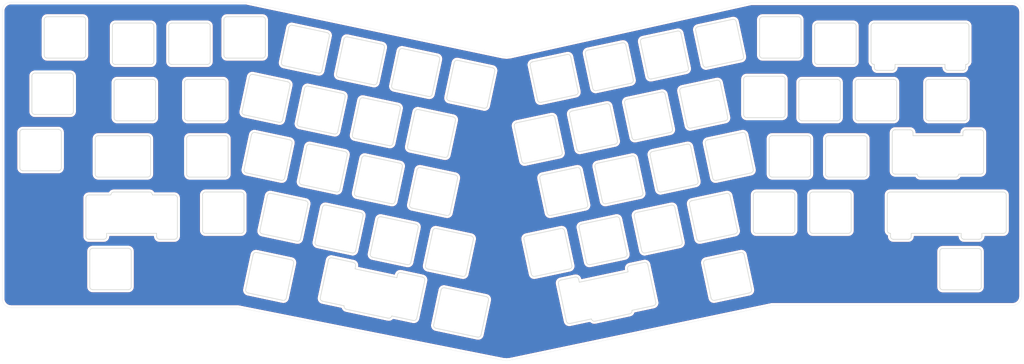
<source format=kicad_pcb>
(kicad_pcb (version 20171130) (host pcbnew "(5.1.9)-1")
  (layers (0 F.Cu signal) (31 B.Cu signal) (34 B.Paste user) (35 F.Paste user) (36 B.SilkS user) (37 F.SilkS user) (38 B.Mask user) (39 F.Mask user) (44 Edge.Cuts user))
  (net 0 "")
  (module custom_parts:elmo (layer B.Cu) (at 207.7339 142.5956 180)
    (fp_text reference G*** hide)
    (fp_text value LOGO hide)
  )
  (module custom_parts:sesame_logo (layer F.Cu) (at 326.5805 166.0525)
    (fp_text reference G*** hide)
    (fp_text value LOGO hide)
    (fp_poly (pts (xy -1.413016 -2.946462) (xy -1.345212 -2.940086) (xy -1.284418 -2.917203) (xy -1.246901 -2.895329) (xy -1.143759 -2.819365) (xy -1.043071 -2.725922) (xy -0.949271 -2.620922) (xy -0.866795 -2.510288) (xy -0.800081 -2.39994) (xy -0.753562 -2.295801) (xy -0.732126 -2.208096) (xy -0.729414 -2.178318) (xy -0.731095 -2.153439) (xy -0.740531 -2.129302) (xy -0.761083 -2.101748) (xy -0.796113 -2.066621) (xy -0.848982 -2.019762) (xy -0.923051 -1.957014) (xy -0.960581 -1.925516) (xy -1.069363 -1.826995) (xy -1.190495 -1.704611) (xy -1.319349 -1.563804) (xy -1.451297 -1.410013) (xy -1.581711 -1.24868) (xy -1.705964 -1.085245) (xy -1.819428 -0.925146) (xy -1.848789 -0.881423) (xy -1.920483 -0.7672) (xy -1.99151 -0.643087) (xy -2.058437 -0.516015) (xy -2.117833 -0.392917) (xy -2.166264 -0.280724) (xy -2.200299 -0.186367) (xy -2.209797 -0.152412) (xy -2.229272 -0.026358) (xy -2.226885 0.095557) (xy -2.209236 0.182034) (xy -2.20471 0.205411) (xy -2.215467 0.21655) (xy -2.249087 0.219941) (xy -2.273598 0.220134) (xy -2.331919 0.213283) (xy -2.400911 0.190971) (xy -2.485438 0.152251) (xy -2.62322 0.065147) (xy -2.744894 -0.048062) (xy -2.844254 -0.181095) (xy -2.881304 -0.248328) (xy -2.910726 -0.311908) (xy -2.927506 -0.362917) (xy -2.934829 -0.416048) (xy -2.93588 -0.485993) (xy -2.935688 -0.499181) (xy -2.922848 -0.637572) (xy -2.889545 -0.795545) (xy -2.837332 -0.966949) (xy -2.779664 -1.117599) (xy -2.749897 -1.189973) (xy -2.732485 -1.237027) (xy -2.726231 -1.26448) (xy -2.729937 -1.278048) (xy -2.742407 -1.28345) (xy -2.74485 -1.283891) (xy -2.786216 -1.279044) (xy -2.84486 -1.25762) (xy -2.911602 -1.224181) (xy -2.977262 -1.183291) (xy -3.029457 -1.142439) (xy -3.089561 -1.078344) (xy -3.156068 -0.991232) (xy -3.223333 -0.889741) (xy -3.285713 -0.782506) (xy -3.337566 -0.678164) (xy -3.346965 -0.656538) (xy -3.408227 -0.488997) (xy -3.459895 -0.303421) (xy -3.497878 -0.115191) (xy -3.506446 -0.057115) (xy -3.514965 0.036448) (xy -3.518945 0.147742) (xy -3.518681 0.268114) (xy -3.514466 0.388908) (xy -3.506597 0.50147) (xy -3.495367 0.597147) (xy -3.481872 0.664451) (xy -3.451585 0.754544) (xy -3.410654 0.850418) (xy -3.364603 0.940647) (xy -3.318959 1.013807) (xy -3.302665 1.035001) (xy -3.257051 1.089639) (xy -2.928159 0.865558) (xy -2.809293 0.784393) (xy -2.676105 0.693154) (xy -2.53914 0.599084) (xy -2.408945 0.509425) (xy -2.296064 0.431419) (xy -2.294467 0.430313) (xy -2.07947 0.284865) (xy -1.873433 0.152387) (xy -1.678754 0.034187) (xy -1.497828 -0.068428) (xy -1.333051 -0.154152) (xy -1.186818 -0.221679) (xy -1.061526 -0.269701) (xy -0.961742 -0.296511) (xy -0.926406 -0.307721) (xy -0.893507 -0.330879) (xy -0.855895 -0.372184) (xy -0.819484 -0.419903) (xy -0.72284 -0.545495) (xy -0.615367 -0.674751) (xy -0.501587 -0.802979) (xy -0.386023 -0.925488) (xy -0.273197 -1.037588) (xy -0.16763 -1.134586) (xy -0.073845 -1.211792) (xy -0.018155 -1.251207) (xy 0.129877 -1.329361) (xy 0.281654 -1.375172) (xy 0.438008 -1.388565) (xy 0.599768 -1.369464) (xy 0.767766 -1.317792) (xy 0.942832 -1.233473) (xy 1.076717 -1.150487) (xy 1.154845 -1.098549) (xy 1.245357 -1.039551) (xy 1.331799 -0.984193) (xy 1.352967 -0.970843) (xy 1.497153 -0.880314) (xy 1.531743 -0.921101) (xy 1.555357 -0.949458) (xy 1.595052 -0.997664) (xy 1.645548 -1.059287) (xy 1.701565 -1.127897) (xy 1.709073 -1.137111) (xy 1.827452 -1.280369) (xy 1.928211 -1.397919) (xy 2.010906 -1.489271) (xy 2.075093 -1.553939) (xy 2.12033 -1.591435) (xy 2.124729 -1.594247) (xy 2.195298 -1.619771) (xy 2.286439 -1.626264) (xy 2.391497 -1.614835) (xy 2.503817 -1.586592) (xy 2.616744 -1.542645) (xy 2.700866 -1.498238) (xy 2.782267 -1.442321) (xy 2.864193 -1.373726) (xy 2.938852 -1.300049) (xy 2.998455 -1.228888) (xy 3.031604 -1.175753) (xy 3.052954 -1.126168) (xy 3.064803 -1.080194) (xy 3.065854 -1.032947) (xy 3.054807 -0.979543) (xy 3.030364 -0.915099) (xy 2.991225 -0.83473) (xy 2.936092 -0.733553) (xy 2.894551 -0.6604) (xy 2.814216 -0.516662) (xy 2.726588 -0.353764) (xy 2.634803 -0.178) (xy 2.541999 0.004336) (xy 2.451311 0.18695) (xy 2.365878 0.363548) (xy 2.288836 0.527835) (xy 2.223323 0.673518) (xy 2.185613 0.762) (xy 2.103264 0.969232) (xy 2.027971 1.17424) (xy 1.962563 1.368859) (xy 1.909871 1.544921) (xy 1.895072 1.600201) (xy 1.876602 1.6879) (xy 1.863324 1.783559) (xy 1.855483 1.879929) (xy 1.853322 1.969759) (xy 1.857088 2.045801) (xy 1.867024 2.100805) (xy 1.87744 2.122503) (xy 1.918735 2.147706) (xy 1.976241 2.145283) (xy 2.048459 2.116474) (xy 2.133889 2.06252) (xy 2.231033 1.984661) (xy 2.33839 1.884139) (xy 2.454463 1.762194) (xy 2.577751 1.620067) (xy 2.706757 1.458998) (xy 2.75402 1.397001) (xy 2.896081 1.203075) (xy 2.973624 1.092201) (xy 4.3688 1.092201) (xy 4.377266 1.100667) (xy 4.385733 1.092201) (xy 4.377266 1.083734) (xy 4.3688 1.092201) (xy 2.973624 1.092201) (xy 3.044184 0.991313) (xy 3.194875 0.767223) (xy 3.344703 0.536315) (xy 3.490213 0.304096) (xy 3.627953 0.076077) (xy 3.75447 -0.142234) (xy 3.866311 -0.345329) (xy 3.958665 -0.524933) (xy 4.052979 -0.711267) (xy 4.137232 -0.866038) (xy 4.21134 -0.989117) (xy 4.27522 -1.080371) (xy 4.328786 -1.139671) (xy 4.36914 -1.165981) (xy 4.429007 -1.181014) (xy 4.491649 -1.182729) (xy 4.566379 -1.17046) (xy 4.656699 -1.145352) (xy 4.825202 -1.080801) (xy 4.975444 -0.995597) (xy 5.118727 -0.883318) (xy 5.120376 -0.881847) (xy 5.165339 -0.834185) (xy 5.208319 -0.776196) (xy 5.243095 -0.717734) (xy 5.263445 -0.668653) (xy 5.266266 -0.650756) (xy 5.257069 -0.621082) (xy 5.232413 -0.572244) (xy 5.196697 -0.512508) (xy 5.175639 -0.480505) (xy 5.125724 -0.403124) (xy 5.064251 -0.301634) (xy 4.994691 -0.182273) (xy 4.920517 -0.051281) (xy 4.845203 0.085105) (xy 4.772221 0.220645) (xy 4.705045 0.349102) (xy 4.647148 0.464236) (xy 4.630052 0.499534) (xy 4.583763 0.597927) (xy 4.538106 0.697949) (xy 4.49515 0.794742) (xy 4.456962 0.883445) (xy 4.425613 0.959198) (xy 4.40317 1.017143) (xy 4.391702 1.05242) (xy 4.391095 1.060874) (xy 4.401762 1.049547) (xy 4.42717 1.014433) (xy 4.463977 0.960381) (xy 4.50884 0.89224) (xy 4.530081 0.859336) (xy 4.618251 0.723067) (xy 4.716584 0.573009) (xy 4.822283 0.413288) (xy 4.932551 0.248032) (xy 5.044593 0.081365) (xy 5.155611 -0.082585) (xy 5.26281 -0.239693) (xy 5.363393 -0.385832) (xy 5.454563 -0.516875) (xy 5.533525 -0.628697) (xy 5.59748 -0.717171) (xy 5.609599 -0.733549) (xy 5.683175 -0.832649) (xy 5.759898 -0.936384) (xy 5.833735 -1.036568) (xy 5.898649 -1.125011) (xy 5.943599 -1.18663) (xy 6.017636 -1.283695) (xy 6.098931 -1.381942) (xy 6.182978 -1.476646) (xy 6.26527 -1.563079) (xy 6.3413 -1.636513) (xy 6.406561 -1.692224) (xy 6.456547 -1.725483) (xy 6.458116 -1.726255) (xy 6.557233 -1.756274) (xy 6.670289 -1.75976) (xy 6.79232 -1.738285) (xy 6.918362 -1.693418) (xy 7.043454 -1.626728) (xy 7.162631 -1.539786) (xy 7.223649 -1.484113) (xy 7.296142 -1.408166) (xy 7.344127 -1.344124) (xy 7.370364 -1.283806) (xy 7.377613 -1.21903) (xy 7.368634 -1.141615) (xy 7.357207 -1.088248) (xy 7.335732 -1.009724) (xy 7.30592 -0.917011) (xy 7.27325 -0.82684) (xy 7.26386 -0.803153) (xy 7.235989 -0.730348) (xy 7.202239 -0.635672) (xy 7.166272 -0.529751) (xy 7.131751 -0.423209) (xy 7.120856 -0.388286) (xy 7.090445 -0.290523) (xy 7.060522 -0.195842) (xy 7.03379 -0.112696) (xy 7.012955 -0.049537) (xy 7.005991 -0.029227) (xy 6.989209 0.023386) (xy 6.980007 0.062015) (xy 6.979936 0.076781) (xy 6.992491 0.067523) (xy 7.019462 0.035892) (xy 7.056234 -0.01247) (xy 7.079719 -0.045228) (xy 7.163195 -0.161812) (xy 7.261735 -0.295827) (xy 7.37121 -0.441934) (xy 7.487494 -0.594794) (xy 7.606457 -0.749071) (xy 7.723973 -0.899426) (xy 7.835912 -1.04052) (xy 7.938149 -1.167016) (xy 8.026554 -1.273576) (xy 8.058879 -1.311464) (xy 8.204161 -1.474465) (xy 8.344972 -1.621883) (xy 8.478685 -1.751325) (xy 8.602671 -1.8604) (xy 8.714303 -1.946717) (xy 8.810954 -2.007883) (xy 8.840159 -2.02263) (xy 8.957917 -2.060731) (xy 9.075544 -2.065065) (xy 9.193906 -2.035612) (xy 9.24148 -2.014451) (xy 9.316516 -1.967122) (xy 9.40119 -1.897907) (xy 9.488304 -1.814305) (xy 9.570658 -1.723816) (xy 9.641051 -1.633937) (xy 9.692284 -1.552167) (xy 9.699701 -1.537227) (xy 9.733044 -1.459375) (xy 9.754267 -1.388964) (xy 9.76264 -1.320475) (xy 9.757435 -1.248391) (xy 9.737923 -1.167193) (xy 9.703374 -1.071365) (xy 9.653059 -0.955389) (xy 9.610895 -0.8652) (xy 9.520236 -0.668445) (xy 9.422431 -0.444958) (xy 9.319575 -0.200243) (xy 9.213764 0.060194) (xy 9.107094 0.33085) (xy 9.001659 0.606218) (xy 8.899555 0.880795) (xy 8.802879 1.149076) (xy 8.713725 1.405555) (xy 8.634188 1.644729) (xy 8.566365 1.861092) (xy 8.542831 1.940548) (xy 8.516946 2.033887) (xy 8.491681 2.132482) (xy 8.46826 2.230632) (xy 8.447909 2.322637) (xy 8.431854 2.402795) (xy 8.421319 2.465403) (xy 8.417531 2.504762) (xy 8.419317 2.515229) (xy 8.434695 2.508884) (xy 8.471221 2.487492) (xy 8.522087 2.45512) (xy 8.542945 2.441331) (xy 8.634952 2.372751) (xy 8.739669 2.282771) (xy 8.850574 2.177865) (xy 8.96114 2.064506) (xy 9.064845 1.94917) (xy 9.155163 1.838329) (xy 9.168765 1.820334) (xy 9.248176 1.710532) (xy 9.337047 1.581791) (xy 9.432671 1.438505) (xy 9.532339 1.28507) (xy 9.633344 1.125878) (xy 9.732978 0.965327) (xy 9.828532 0.807809) (xy 9.917299 0.657719) (xy 9.996571 0.519453) (xy 10.015409 0.485172) (xy 11.470976 0.485172) (xy 11.49362 0.500514) (xy 11.539372 0.502761) (xy 11.600548 0.492914) (xy 11.669462 0.471978) (xy 11.713421 0.453532) (xy 11.809815 0.393966) (xy 11.910876 0.305398) (xy 12.013571 0.191808) (xy 12.11487 0.057176) (xy 12.211742 -0.094519) (xy 12.301157 -0.259298) (xy 12.369649 -0.408128) (xy 12.407966 -0.506381) (xy 12.448263 -0.622703) (xy 12.487635 -0.747426) (xy 12.523179 -0.870882) (xy 12.551991 -0.983403) (xy 12.571168 -1.075321) (xy 12.57256 -1.083733) (xy 12.584748 -1.159933) (xy 12.480693 -1.058333) (xy 12.410599 -0.984697) (xy 12.331781 -0.892923) (xy 12.246342 -0.786231) (xy 12.15639 -0.66784) (xy 12.064031 -0.540968) (xy 11.971369 -0.408836) (xy 11.880511 -0.274661) (xy 11.793563 -0.141664) (xy 11.712631 -0.013063) (xy 11.63982 0.107922) (xy 11.577237 0.218073) (xy 11.526986 0.31417) (xy 11.491175 0.392995) (xy 11.471909 0.451327) (xy 11.470976 0.485172) (xy 10.015409 0.485172) (xy 10.06364 0.397405) (xy 10.115797 0.29597) (xy 10.139963 0.244213) (xy 10.301585 -0.099061) (xy 10.479391 -0.432078) (xy 10.670665 -0.750748) (xy 10.872692 -1.05098) (xy 11.082753 -1.328684) (xy 11.298132 -1.57977) (xy 11.466103 -1.752599) (xy 11.628878 -1.902229) (xy 11.779346 -2.022555) (xy 11.920419 -2.114525) (xy 12.055009 -2.179091) (xy 12.186029 -2.217202) (xy 12.31639 -2.229808) (xy 12.449005 -2.21786) (xy 12.586785 -2.182306) (xy 12.678145 -2.147967) (xy 12.74412 -2.117215) (xy 12.82864 -2.072919) (xy 12.925868 -2.018629) (xy 13.029965 -1.957897) (xy 13.135093 -1.894275) (xy 13.235415 -1.831315) (xy 13.325093 -1.772567) (xy 13.39829 -1.721584) (xy 13.449167 -1.681917) (xy 13.459114 -1.672843) (xy 13.522408 -1.602628) (xy 13.568427 -1.528885) (xy 13.597521 -1.4475) (xy 13.61004 -1.35436) (xy 13.606334 -1.24535) (xy 13.586751 -1.116356) (xy 13.551643 -0.963265) (xy 13.527171 -0.872066) (xy 13.445862 -0.616172) (xy 13.345453 -0.360204) (xy 13.228833 -0.109271) (xy 13.098887 0.131519) (xy 12.958505 0.357055) (xy 12.810572 0.562228) (xy 12.657976 0.741931) (xy 12.5587 0.841682) (xy 12.39618 0.972964) (xy 12.224312 1.072167) (xy 12.044514 1.138977) (xy 11.8582 1.173077) (xy 11.666789 1.174153) (xy 11.471696 1.141887) (xy 11.36019 1.108733) (xy 11.298885 1.087801) (xy 11.249738 1.071422) (xy 11.221754 1.062587) (xy 11.219476 1.061985) (xy 11.204429 1.074996) (xy 11.182221 1.115839) (xy 11.154757 1.179715) (xy 11.123943 1.261825) (xy 11.091687 1.357373) (xy 11.059895 1.461559) (xy 11.05768 1.469245) (xy 10.997313 1.709692) (xy 10.956127 1.941362) (xy 10.935282 2.157133) (xy 10.932919 2.235201) (xy 10.93547 2.353796) (xy 10.947128 2.442864) (xy 10.970103 2.506034) (xy 11.006603 2.546935) (xy 11.058841 2.569198) (xy 11.129025 2.576451) (xy 11.140734 2.576473) (xy 11.243113 2.561761) (xy 11.361976 2.520127) (xy 11.495517 2.453154) (xy 11.641931 2.362423) (xy 11.799409 2.249515) (xy 11.966148 2.116013) (xy 12.14034 1.963499) (xy 12.32018 1.793552) (xy 12.50386 1.607757) (xy 12.689576 1.407693) (xy 12.875522 1.194943) (xy 13.05989 0.971089) (xy 13.240874 0.737711) (xy 13.241709 0.7366) (xy 13.399682 0.519166) (xy 13.538329 0.311821) (xy 13.664814 0.103553) (xy 13.737282 -0.0254) (xy 13.789253 -0.119669) (xy 13.828966 -0.188167) (xy 13.860125 -0.234991) (xy 13.886436 -0.264239) (xy 13.911602 -0.280008) (xy 13.939327 -0.286395) (xy 13.973318 -0.287499) (xy 13.974233 -0.287494) (xy 14.06386 -0.273986) (xy 14.146594 -0.237872) (xy 14.216134 -0.184362) (xy 14.266178 -0.118663) (xy 14.290425 -0.045985) (xy 14.291733 -0.025064) (xy 14.284446 0.025929) (xy 14.263835 0.102046) (xy 14.231778 0.198145) (xy 14.190151 0.309086) (xy 14.140831 0.429728) (xy 14.085693 0.55493) (xy 14.059099 0.612205) (xy 13.900816 0.916588) (xy 13.712987 1.224345) (xy 13.499126 1.531499) (xy 13.262746 1.834073) (xy 13.00736 2.12809) (xy 12.736483 2.409571) (xy 12.453626 2.674541) (xy 12.162305 2.919022) (xy 11.866031 3.139037) (xy 11.768666 3.205004) (xy 11.62505 3.296015) (xy 11.50011 3.364982) (xy 11.387911 3.413125) (xy 11.282517 3.441661) (xy 11.177991 3.451812) (xy 11.068399 3.444797) (xy 10.947804 3.421835) (xy 10.845673 3.394622) (xy 10.693748 3.341291) (xy 10.537435 3.269573) (xy 10.382426 3.183366) (xy 10.234413 3.086562) (xy 10.099088 2.983058) (xy 9.982144 2.876749) (xy 9.889271 2.77153) (xy 9.848521 2.712278) (xy 9.801544 2.620885) (xy 9.757755 2.510332) (xy 9.72266 2.395244) (xy 9.711881 2.349278) (xy 9.706722 2.331647) (xy 9.698431 2.325982) (xy 9.68355 2.335418) (xy 9.658621 2.363093) (xy 9.620185 2.412143) (xy 9.571843 2.476278) (xy 9.471042 2.603018) (xy 9.359734 2.729417) (xy 9.242782 2.850862) (xy 9.125048 2.962737) (xy 9.011395 3.060428) (xy 8.906687 3.13932) (xy 8.815786 3.194798) (xy 8.813409 3.19601) (xy 8.703828 3.23667) (xy 8.573707 3.260931) (xy 8.432425 3.268267) (xy 8.289358 3.258149) (xy 8.162946 3.232619) (xy 8.043528 3.193634) (xy 7.920747 3.143148) (xy 7.800806 3.084636) (xy 7.689906 3.021578) (xy 7.59425 2.95745) (xy 7.520039 2.895731) (xy 7.479612 2.849461) (xy 7.443118 2.79099) (xy 7.418256 2.734657) (xy 7.402246 2.670573) (xy 7.392307 2.588847) (xy 7.387869 2.523067) (xy 7.386402 2.394969) (xy 7.395751 2.251263) (xy 7.416364 2.089525) (xy 7.448688 1.90733) (xy 7.493173 1.702254) (xy 7.550266 1.471875) (xy 7.620416 1.213767) (xy 7.647768 1.117711) (xy 7.71676 0.883475) (xy 7.782117 0.674179) (xy 7.846729 0.481531) (xy 7.913489 0.297242) (xy 7.98529 0.113018) (xy 8.065022 -0.079431) (xy 8.066824 -0.083671) (xy 8.127594 -0.22661) (xy 8.05802 -0.159871) (xy 8.023376 -0.124197) (xy 7.972434 -0.06858) (xy 7.910602 0.000925) (xy 7.843289 0.078265) (xy 7.799216 0.129801) (xy 7.576759 0.408428) (xy 7.356804 0.716208) (xy 7.142085 1.048427) (xy 6.935334 1.400372) (xy 6.739287 1.767329) (xy 6.556675 2.144586) (xy 6.390232 2.52743) (xy 6.348024 2.632142) (xy 6.312081 2.720502) (xy 6.27826 2.799359) (xy 6.249343 2.862538) (xy 6.22811 2.903866) (xy 6.220366 2.915444) (xy 6.172519 2.944943) (xy 6.101835 2.958452) (xy 6.014541 2.957367) (xy 5.916862 2.943082) (xy 5.815026 2.916993) (xy 5.71526 2.880496) (xy 5.623789 2.834985) (xy 5.54684 2.781857) (xy 5.521596 2.758858) (xy 5.477522 2.705204) (xy 5.438697 2.642517) (xy 5.430564 2.625695) (xy 5.414987 2.578809) (xy 5.40598 2.521164) (xy 5.403875 2.450096) (xy 5.409005 2.362944) (xy 5.421701 2.257045) (xy 5.442294 2.129737) (xy 5.471118 1.978358) (xy 5.508502 1.800246) (xy 5.55478 1.592738) (xy 5.56469 1.549401) (xy 5.614016 1.337157) (xy 5.662986 1.13167) (xy 5.710547 0.937103) (xy 5.755648 0.75762) (xy 5.797236 0.597387) (xy 5.834261 0.460567) (xy 5.865671 0.351325) (xy 5.874719 0.321734) (xy 5.924903 0.160867) (xy 5.881893 0.211667) (xy 5.79409 0.319582) (xy 5.700351 0.44324) (xy 5.599085 0.584982) (xy 5.4887 0.747151) (xy 5.367605 0.932091) (xy 5.23421 1.142143) (xy 5.086923 1.37965) (xy 5.071083 1.405467) (xy 4.893365 1.696688) (xy 4.731889 1.964166) (xy 4.584097 2.212324) (xy 4.447427 2.445586) (xy 4.31932 2.668375) (xy 4.197216 2.885116) (xy 4.078553 3.100231) (xy 3.960772 3.318145) (xy 3.921302 3.392102) (xy 3.869534 3.48494) (xy 3.825056 3.551423) (xy 3.782232 3.596502) (xy 3.735429 3.625127) (xy 3.679015 3.642247) (xy 3.627235 3.650487) (xy 3.531999 3.651098) (xy 3.42165 3.633683) (xy 3.303819 3.601279) (xy 3.186133 3.556923) (xy 3.076223 3.503653) (xy 2.981716 3.444506) (xy 2.910243 3.382518) (xy 2.889108 3.356622) (xy 2.859533 3.308602) (xy 2.845471 3.26317) (xy 2.842299 3.203813) (xy 2.84253 3.190298) (xy 2.847084 3.123327) (xy 2.857631 3.030186) (xy 2.873063 2.917819) (xy 2.892274 2.79317) (xy 2.914155 2.663184) (xy 2.9376 2.534804) (xy 2.961501 2.414974) (xy 2.978621 2.336801) (xy 3.027251 2.125134) (xy 2.982592 2.183476) (xy 2.804813 2.405396) (xy 2.628025 2.605883) (xy 2.453891 2.783553) (xy 2.284069 2.937021) (xy 2.12022 3.064903) (xy 1.964004 3.165812) (xy 1.817081 3.238366) (xy 1.681112 3.281179) (xy 1.662038 3.284901) (xy 1.518161 3.294167) (xy 1.368982 3.273993) (xy 1.219705 3.227135) (xy 1.075529 3.15635) (xy 0.941656 3.064394) (xy 0.823287 2.954024) (xy 0.725624 2.827997) (xy 0.691837 2.770697) (xy 0.665962 2.719578) (xy 0.649079 2.675271) (xy 0.638834 2.627257) (xy 0.632874 2.565016) (xy 0.629354 2.491404) (xy 0.631805 2.338987) (xy 0.650286 2.163133) (xy 0.685051 1.962331) (xy 0.736357 1.735067) (xy 0.794321 1.515812) (xy 0.810992 1.45537) (xy 0.818501 1.423042) (xy 0.816828 1.414336) (xy 0.805953 1.424757) (xy 0.793976 1.439612) (xy 0.776265 1.462587) (xy 0.740724 1.509258) (xy 0.689897 1.576266) (xy 0.626324 1.660253) (xy 0.55255 1.757859) (xy 0.471116 1.865727) (xy 0.390415 1.972734) (xy 0.295993 2.097448) (xy 0.199532 2.223857) (xy 0.104992 2.346841) (xy 0.016331 2.461284) (xy -0.062491 2.562066) (xy -0.127515 2.644068) (xy -0.159735 2.683934) (xy -0.252458 2.795007) (xy -0.348003 2.905263) (xy -0.442984 3.01114) (xy -0.534013 3.109072) (xy -0.617703 3.195497) (xy -0.690667 3.266852) (xy -0.749518 3.319572) (xy -0.790868 3.350094) (xy -0.795156 3.352437) (xy -0.896012 3.386383) (xy -1.015469 3.397537) (xy -1.148644 3.387509) (xy -1.290653 3.35791) (xy -1.436613 3.310352) (xy -1.581641 3.246444) (xy -1.720854 3.167797) (xy -1.84937 3.076021) (xy -1.962304 2.972728) (xy -1.969514 2.965092) (xy -2.032987 2.889609) (xy -2.0726 2.819772) (xy -2.093211 2.743281) (xy -2.099677 2.647833) (xy -2.099734 2.63536) (xy -2.090085 2.46673) (xy -2.061834 2.274015) (xy -2.024158 2.098601) (xy -0.841838 2.098601) (xy -0.791963 2.063087) (xy -0.764613 2.039212) (xy -0.71946 1.994851) (xy -0.6612 1.934828) (xy -0.594529 1.863973) (xy -0.533049 1.796954) (xy -0.424286 1.67482) (xy -0.308522 1.540942) (xy -0.187763 1.397924) (xy -0.064016 1.248372) (xy 0.060713 1.094893) (xy 0.184416 0.940092) (xy 0.305089 0.786575) (xy 0.420723 0.636947) (xy 0.529314 0.493815) (xy 0.628854 0.359784) (xy 0.717337 0.23746) (xy 0.792756 0.129449) (xy 0.853106 0.038357) (xy 0.896379 -0.033211) (xy 0.920569 -0.082648) (xy 0.924527 -0.096031) (xy 0.930614 -0.180539) (xy 0.921194 -0.271549) (xy 0.898868 -0.360499) (xy 0.866239 -0.438824) (xy 0.82591 -0.497963) (xy 0.794693 -0.523249) (xy 0.758066 -0.53784) (xy 0.721163 -0.538558) (xy 0.679821 -0.523048) (xy 0.629875 -0.488956) (xy 0.567161 -0.433926) (xy 0.487512 -0.355605) (xy 0.474133 -0.341994) (xy 0.341089 -0.199306) (xy 0.217161 -0.051007) (xy 0.096801 0.110184) (xy -0.02554 0.291548) (xy -0.105864 0.419009) (xy -0.217154 0.606231) (xy -0.32516 0.800669) (xy -0.427918 0.997987) (xy -0.523465 1.193847) (xy -0.609837 1.383912) (xy -0.685071 1.563845) (xy -0.747203 1.72931) (xy -0.79427 1.87597) (xy -0.824309 1.999487) (xy -0.826277 2.010268) (xy -0.841838 2.098601) (xy -2.024158 2.098601) (xy -2.016021 2.060719) (xy -1.953688 1.830345) (xy -1.875875 1.586397) (xy -1.783623 1.332378) (xy -1.677974 1.071791) (xy -1.559968 0.808139) (xy -1.551205 0.789517) (xy -1.515964 0.714444) (xy -1.486646 0.65117) (xy -1.465945 0.605567) (xy -1.456552 0.583509) (xy -1.456267 0.582442) (xy -1.469609 0.58906) (xy -1.506402 0.611256) (xy -1.561796 0.646006) (xy -1.630941 0.690288) (xy -1.672167 0.71702) (xy -1.80899 0.807444) (xy -1.950536 0.903428) (xy -2.093115 1.002279) (xy -2.233038 1.101304) (xy -2.366617 1.19781) (xy -2.490162 1.289104) (xy -2.599985 1.372493) (xy -2.692397 1.445283) (xy -2.76371 1.504782) (xy -2.808842 1.546843) (xy -2.866016 1.606231) (xy -2.743642 1.78698) (xy -2.641549 1.947669) (xy -2.564155 2.093803) (xy -2.509418 2.231605) (xy -2.475293 2.367299) (xy -2.459736 2.507108) (xy -2.46031 2.649728) (xy -2.485899 2.863281) (xy -2.54141 3.070157) (xy -2.627677 3.272075) (xy -2.745534 3.470752) (xy -2.895812 3.667908) (xy -3.020757 3.805945) (xy -3.217972 3.996286) (xy -3.421295 4.165009) (xy -3.627112 4.309667) (xy -3.831812 4.427815) (xy -4.031782 4.517007) (xy -4.111894 4.544742) (xy -4.306364 4.594018) (xy -4.515336 4.625532) (xy -4.727942 4.638527) (xy -4.933312 4.632245) (xy -5.085838 4.612695) (xy -5.207867 4.585821) (xy -5.330372 4.550284) (xy -5.442699 4.509624) (xy -5.534193 4.46738) (xy -5.549979 4.458511) (xy -5.673406 4.367604) (xy -5.772042 4.256157) (xy -5.844515 4.128097) (xy -5.889449 3.987355) (xy -5.905469 3.837857) (xy -5.903391 3.815375) (xy -4.910588 3.815375) (xy -4.900371 3.822361) (xy -4.867839 3.815721) (xy -4.810399 3.794672) (xy -4.732914 3.761725) (xy -4.59799 3.688984) (xy -4.456851 3.588812) (xy -4.313984 3.46591) (xy -4.173874 3.324977) (xy -4.041004 3.170716) (xy -3.919861 3.007827) (xy -3.814928 2.841011) (xy -3.764381 2.746554) (xy -3.723403 2.662722) (xy -3.695619 2.599617) (xy -3.678136 2.548168) (xy -3.66806 2.499299) (xy -3.6625 2.443938) (xy -3.661171 2.422851) (xy -3.659319 2.353604) (xy -3.662349 2.303863) (xy -3.66982 2.280502) (xy -3.670352 2.280118) (xy -3.687163 2.288447) (xy -3.723803 2.318607) (xy -3.777227 2.367457) (xy -3.844389 2.431855) (xy -3.922243 2.508658) (xy -4.007743 2.594726) (xy -4.097844 2.686916) (xy -4.189499 2.782087) (xy -4.279663 2.877097) (xy -4.36529 2.968803) (xy -4.443334 3.054065) (xy -4.51075 3.12974) (xy -4.564491 3.192686) (xy -4.601512 3.239762) (xy -4.603902 3.243089) (xy -4.640511 3.29834) (xy -4.683876 3.369642) (xy -4.730813 3.451051) (xy -4.778138 3.536625) (xy -4.822666 3.620422) (xy -4.861212 3.6965) (xy -4.890593 3.758916) (xy -4.907623 3.801728) (xy -4.910588 3.815375) (xy -5.903391 3.815375) (xy -5.891199 3.683533) (xy -5.860887 3.570143) (xy -5.803713 3.434036) (xy -5.722015 3.283293) (xy -5.619167 3.122476) (xy -5.498542 2.956149) (xy -5.363513 2.788874) (xy -5.217456 2.625215) (xy -5.063743 2.469734) (xy -5.009734 2.41899) (xy -4.797798 2.228661) (xy -4.570995 2.033669) (xy -4.343773 1.846308) (xy -4.235307 1.75995) (xy -4.031988 1.600201) (xy -4.058974 1.557867) (xy -4.078365 1.529575) (xy -4.113642 1.480089) (xy -4.160487 1.415394) (xy -4.21458 1.341477) (xy -4.24008 1.306875) (xy -4.304815 1.219162) (xy -4.372837 1.126874) (xy -4.43681 1.039973) (xy -4.489399 0.968417) (xy -4.497628 0.957201) (xy -4.601055 0.816186) (xy -4.674209 0.944762) (xy -4.869756 1.261874) (xy -5.094343 1.578935) (xy -5.343482 1.891147) (xy -5.612681 2.193715) (xy -5.89745 2.48184) (xy -6.193297 2.750727) (xy -6.495732 2.995578) (xy -6.790267 3.205004) (xy -6.933883 3.296015) (xy -7.058823 3.364982) (xy -7.171022 3.413125) (xy -7.276417 3.441661) (xy -7.380942 3.451812) (xy -7.490534 3.444797) (xy -7.611129 3.421835) (xy -7.71326 3.394622) (xy -7.870788 3.339359) (xy -8.030338 3.265741) (xy -8.186905 3.177407) (xy -8.335484 3.077994) (xy -8.471071 2.97114) (xy -8.58866 2.860484) (xy -8.683247 2.749663) (xy -8.749828 2.642315) (xy -8.750705 2.640506) (xy -8.813096 2.475344) (xy -8.85267 2.287215) (xy -8.869727 2.07791) (xy -8.864564 1.849215) (xy -8.837477 1.602918) (xy -8.788764 1.340808) (xy -8.718724 1.064673) (xy -8.627652 0.7763) (xy -8.518727 0.485172) (xy -7.087957 0.485172) (xy -7.065313 0.500514) (xy -7.019561 0.502761) (xy -6.958386 0.492914) (xy -6.889471 0.471978) (xy -6.845513 0.453532) (xy -6.749118 0.393966) (xy -6.648058 0.305398) (xy -6.545363 0.191808) (xy -6.444064 0.057176) (xy -6.347191 -0.094519) (xy -6.257776 -0.259298) (xy -6.189285 -0.408128) (xy -6.150967 -0.506381) (xy -6.110671 -0.622703) (xy -6.071298 -0.747426) (xy -6.035754 -0.870882) (xy -6.006942 -0.983403) (xy -5.987765 -1.075321) (xy -5.986373 -1.083733) (xy -5.974185 -1.159933) (xy -6.07824 -1.058333) (xy -6.148334 -0.984697) (xy -6.227153 -0.892923) (xy -6.312591 -0.786231) (xy -6.402543 -0.66784) (xy -6.494903 -0.540968) (xy -6.587564 -0.408836) (xy -6.678422 -0.274661) (xy -6.76537 -0.141664) (xy -6.846302 -0.013063) (xy -6.919113 0.107922) (xy -6.981697 0.218073) (xy -7.031947 0.31417) (xy -7.067758 0.392995) (xy -7.087024 0.451327) (xy -7.087957 0.485172) (xy -8.518727 0.485172) (xy -8.515848 0.477479) (xy -8.383608 0.169996) (xy -8.315641 0.0254) (xy -8.114776 -0.365159) (xy -7.902796 -0.727778) (xy -7.68048 -1.061325) (xy -7.448604 -1.364669) (xy -7.207948 -1.636679) (xy -7.09283 -1.752599) (xy -6.930055 -1.902229) (xy -6.779588 -2.022555) (xy -6.638515 -2.114525) (xy -6.503924 -2.179091) (xy -6.372904 -2.217202) (xy -6.242543 -2.229808) (xy -6.109928 -2.21786) (xy -5.972148 -2.182306) (xy -5.880789 -2.147967) (xy -5.814813 -2.117215) (xy -5.730293 -2.072919) (xy -5.633066 -2.018629) (xy -5.528969 -1.957897) (xy -5.42384 -1.894275) (xy -5.323518 -1.831315) (xy -5.23384 -1.772567) (xy -5.160643 -1.721584) (xy -5.109767 -1.681917) (xy -5.099819 -1.672843) (xy -5.036526 -1.602628) (xy -4.990507 -1.528885) (xy -4.961412 -1.4475) (xy -4.948893 -1.35436) (xy -4.9526 -1.24535) (xy -4.972182 -1.116356) (xy -5.007291 -0.963265) (xy -5.031762 -0.872066) (xy -5.113072 -0.616172) (xy -5.21348 -0.360204) (xy -5.330101 -0.109271) (xy -5.460046 0.131519) (xy -5.600429 0.357055) (xy -5.748362 0.562228) (xy -5.900958 0.741931) (xy -6.000233 0.841682) (xy -6.162753 0.972964) (xy -6.334621 1.072167) (xy -6.51442 1.138977) (xy -6.700733 1.173077) (xy -6.892144 1.174153) (xy -7.087237 1.141887) (xy -7.198743 1.108733) (xy -7.260048 1.087801) (xy -7.309195 1.071422) (xy -7.33718 1.062587) (xy -7.339457 1.061985) (xy -7.354504 1.074996) (xy -7.376713 1.115839) (xy -7.404177 1.179715) (xy -7.43499 1.261825) (xy -7.467246 1.357373) (xy -7.499039 1.461559) (xy -7.501253 1.469245) (xy -7.56162 1.709692) (xy -7.602806 1.941362) (xy -7.623651 2.157133) (xy -7.626015 2.235201) (xy -7.623463 2.353796) (xy -7.611805 2.442864) (xy -7.588831 2.506034) (xy -7.55233 2.546935) (xy -7.500092 2.569198) (xy -7.429908 2.576451) (xy -7.418199 2.576473) (xy -7.314803 2.561698) (xy -7.194321 2.519469) (xy -7.058112 2.450734) (xy -6.907536 2.35644) (xy -6.74395 2.237536) (xy -6.568716 2.09497) (xy -6.383192 1.92969) (xy -6.188737 1.742645) (xy -6.112339 1.665602) (xy -5.878688 1.417743) (xy -5.652662 1.159821) (xy -5.438848 0.897612) (xy -5.241834 0.63689) (xy -5.066207 0.383431) (xy -4.957385 0.211667) (xy -4.864955 0.059267) (xy -4.854097 -0.160866) (xy -4.847697 -0.258566) (xy -4.838506 -0.357866) (xy -4.827798 -0.446591) (xy -4.817784 -0.508) (xy -4.752624 -0.755205) (xy -4.657974 -1.000442) (xy -4.537564 -1.235149) (xy -4.425203 -1.409565) (xy -4.348058 -1.508715) (xy -4.251866 -1.618327) (xy -4.145025 -1.729816) (xy -4.035931 -1.834597) (xy -3.932982 -1.924086) (xy -3.886201 -1.960588) (xy -3.787678 -2.027307) (xy -3.698368 -2.07105) (xy -3.606724 -2.095601) (xy -3.5012 -2.104743) (xy -3.445934 -2.104834) (xy -3.252981 -2.085526) (xy -3.051481 -2.034185) (xy -2.842652 -1.95121) (xy -2.629768 -1.838223) (xy -2.56968 -1.804001) (xy -2.519957 -1.778495) (xy -2.488049 -1.7654) (xy -2.481314 -1.764588) (xy -2.466772 -1.779746) (xy -2.437364 -1.818328) (xy -2.396676 -1.87536) (xy -2.348295 -1.94587) (xy -2.318993 -1.989666) (xy -2.221108 -2.13388) (xy -2.130284 -2.259334) (xy -2.039637 -2.374464) (xy -1.942283 -2.487708) (xy -1.831338 -2.6075) (xy -1.72826 -2.713629) (xy -1.4986 -2.946525) (xy -1.413016 -2.946462)) (layer F.Cu) (width 0.01))
    (fp_poly (pts (xy -8.040307 -6.52509) (xy -7.914872 -6.49497) (xy -7.767176 -6.441857) (xy -7.745444 -6.432928) (xy -7.614289 -6.370159) (xy -7.487535 -6.29423) (xy -7.368912 -6.208713) (xy -7.262146 -6.117182) (xy -7.170967 -6.023209) (xy -7.099102 -5.930366) (xy -7.05028 -5.842225) (xy -7.028228 -5.762359) (xy -7.027334 -5.744829) (xy -7.028364 -5.715261) (xy -7.033775 -5.689464) (xy -7.047046 -5.662395) (xy -7.071654 -5.629013) (xy -7.111078 -5.584277) (xy -7.168798 -5.523147) (xy -7.209561 -5.480754) (xy -7.414631 -5.254557) (xy -7.623845 -4.99785) (xy -7.83535 -4.713453) (xy -8.047291 -4.404189) (xy -8.257816 -4.072879) (xy -8.465072 -3.722344) (xy -8.667206 -3.355404) (xy -8.862363 -2.974882) (xy -8.882756 -2.933477) (xy -9.012518 -2.659452) (xy -9.127301 -2.397461) (xy -9.226725 -2.149049) (xy -9.310412 -1.915759) (xy -9.377983 -1.699136) (xy -9.42906 -1.500722) (xy -9.463263 -1.322062) (xy -9.480215 -1.164699) (xy -9.479537 -1.030178) (xy -9.460849 -0.92004) (xy -9.423774 -0.835831) (xy -9.403684 -0.809724) (xy -9.38808 -0.778832) (xy -9.401531 -0.750053) (xy -9.445775 -0.721268) (xy -9.492801 -0.701196) (xy -9.598991 -0.678028) (xy -9.715564 -0.682946) (xy -9.838278 -0.713492) (xy -9.962896 -0.767205) (xy -10.085176 -0.841624) (xy -10.20088 -0.934289) (xy -10.305768 -1.04274) (xy -10.395601 -1.164516) (xy -10.446355 -1.25455) (xy -10.498067 -1.371691) (xy -10.530421 -1.480248) (xy -10.545194 -1.591172) (xy -10.54416 -1.715416) (xy -10.535968 -1.807474) (xy -10.525578 -1.890317) (xy -10.512549 -1.972656) (xy -10.495851 -2.058369) (xy -10.474455 -2.151335) (xy -10.447331 -2.255431) (xy -10.41345 -2.374537) (xy -10.371781 -2.512531) (xy -10.321297 -2.673291) (xy -10.260967 -2.860696) (xy -10.236222 -2.93671) (xy -10.15811 -3.177924) (xy -10.090758 -3.390332) (xy -10.033431 -3.576984) (xy -9.985398 -3.740933) (xy -9.945925 -3.885228) (xy -9.914278 -4.012921) (xy -9.889725 -4.127063) (xy -9.871533 -4.230705) (xy -9.858968 -4.326898) (xy -9.851298 -4.418693) (xy -9.847789 -4.509141) (xy -9.847366 -4.555066) (xy -9.851918 -4.711611) (xy -9.866365 -4.837528) (xy -9.891659 -4.934853) (xy -9.928752 -5.005623) (xy -9.978594 -5.051873) (xy -10.042139 -5.07564) (xy -10.092692 -5.079999) (xy -10.204922 -5.067274) (xy -10.336393 -5.03029) (xy -10.484701 -4.970839) (xy -10.647442 -4.890709) (xy -10.822214 -4.791692) (xy -11.006614 -4.675577) (xy -11.198237 -4.544154) (xy -11.39468 -4.399214) (xy -11.593541 -4.242546) (xy -11.792416 -4.075941) (xy -11.988901 -3.901188) (xy -12.180594 -3.720077) (xy -12.36509 -3.534399) (xy -12.539987 -3.345944) (xy -12.702881 -3.156501) (xy -12.745577 -3.104068) (xy -12.923604 -2.873112) (xy -13.072984 -2.658532) (xy -13.194222 -2.459466) (xy -13.287822 -2.275052) (xy -13.354289 -2.104429) (xy -13.377243 -2.025057) (xy -13.403698 -1.885206) (xy -13.406147 -1.761948) (xy -13.382894 -1.651342) (xy -13.332242 -1.549442) (xy -13.252495 -1.452307) (xy -13.141956 -1.355993) (xy -13.065596 -1.300689) (xy -12.98145 -1.244989) (xy -12.891935 -1.190178) (xy -12.794039 -1.134805) (xy -12.684745 -1.077417) (xy -12.561042 -1.016565) (xy -12.419914 -0.950798) (xy -12.258347 -0.878664) (xy -12.073328 -0.798713) (xy -11.861843 -0.709494) (xy -11.684 -0.635605) (xy -11.392056 -0.510431) (xy -11.130848 -0.388464) (xy -10.897626 -0.26785) (xy -10.68964 -0.146732) (xy -10.50414 -0.023256) (xy -10.338377 0.104436) (xy -10.189599 0.238198) (xy -10.055058 0.379886) (xy -9.932004 0.531355) (xy -9.909321 0.561903) (xy -9.792167 0.743129) (xy -9.702559 0.930924) (xy -9.639093 1.12992) (xy -9.600363 1.344747) (xy -9.584963 1.580036) (xy -9.584561 1.632052) (xy -9.58848 1.782956) (xy -9.600997 1.910882) (xy -9.623911 2.026032) (xy -9.659021 2.138604) (xy -9.686065 2.207657) (xy -9.771291 2.386165) (xy -9.880018 2.567451) (xy -10.014042 2.75396) (xy -10.175161 2.948142) (xy -10.365172 3.152444) (xy -10.421821 3.209818) (xy -10.747439 3.513225) (xy -11.099987 3.799285) (xy -11.476211 4.066004) (xy -11.872856 4.311388) (xy -12.286665 4.533442) (xy -12.714384 4.730174) (xy -13.152756 4.899588) (xy -13.216467 4.921582) (xy -13.585318 5.035579) (xy -13.937712 5.120958) (xy -14.274982 5.177919) (xy -14.59846 5.206663) (xy -14.90948 5.207389) (xy -15.056416 5.197695) (xy -15.207312 5.180141) (xy -15.345529 5.154111) (xy -15.489341 5.115945) (xy -15.536334 5.101574) (xy -15.72652 5.027651) (xy -15.889724 4.933328) (xy -16.026329 4.818156) (xy -16.136718 4.681688) (xy -16.221273 4.523474) (xy -16.280379 4.343068) (xy -16.307352 4.199467) (xy -16.319655 4.004121) (xy -16.306391 3.790556) (xy -16.268734 3.561332) (xy -16.207862 3.319008) (xy -16.124951 3.066142) (xy -16.021177 2.805294) (xy -15.897715 2.539023) (xy -15.755743 2.269888) (xy -15.596436 2.000448) (xy -15.42097 1.733262) (xy -15.230522 1.470889) (xy -15.026268 1.215888) (xy -14.837293 1.000983) (xy -14.77668 0.937922) (xy -14.718735 0.882726) (xy -14.669913 0.841229) (xy -14.636663 0.819263) (xy -14.635932 0.818949) (xy -14.544812 0.79822) (xy -14.452708 0.808288) (xy -14.367731 0.847332) (xy -14.317121 0.890614) (xy -14.289739 0.924628) (xy -14.276399 0.956722) (xy -14.279017 0.991277) (xy -14.299506 1.032674) (xy -14.339778 1.085294) (xy -14.401748 1.153519) (xy -14.456938 1.210734) (xy -14.66583 1.448338) (xy -14.851384 1.708316) (xy -15.011224 1.986441) (xy -15.142976 2.278486) (xy -15.244264 2.580227) (xy -15.260351 2.640178) (xy -15.290679 2.780656) (xy -15.311521 2.925312) (xy -15.322227 3.065359) (xy -15.322149 3.19201) (xy -15.310639 3.296479) (xy -15.309312 3.303101) (xy -15.262503 3.452957) (xy -15.189734 3.582225) (xy -15.0929 3.68902) (xy -14.97389 3.771458) (xy -14.834597 3.827654) (xy -14.76655 3.843738) (xy -14.613308 3.859145) (xy -14.437568 3.852244) (xy -14.241733 3.823678) (xy -14.028207 3.77409) (xy -13.799396 3.704125) (xy -13.557702 3.614424) (xy -13.305531 3.505632) (xy -13.064067 3.388068) (xy -12.734479 3.208076) (xy -12.433407 3.020275) (xy -12.155763 2.821046) (xy -11.896456 2.606769) (xy -11.681707 2.405185) (xy -11.521129 2.239056) (xy -11.387206 2.085339) (xy -11.277043 1.9399) (xy -11.187743 1.798606) (xy -11.116411 1.657326) (xy -11.064231 1.524001) (xy -11.043416 1.43343) (xy -11.033253 1.323022) (xy -11.033588 1.205035) (xy -11.044272 1.091729) (xy -11.06515 0.995364) (xy -11.070999 0.977922) (xy -11.139306 0.83712) (xy -11.240776 0.698108) (xy -11.374728 0.56149) (xy -11.540478 0.427874) (xy -11.737345 0.297863) (xy -11.964646 0.172064) (xy -11.998333 0.155084) (xy -12.095439 0.107414) (xy -12.186762 0.064425) (xy -12.278296 0.023616) (xy -12.376036 -0.017516) (xy -12.485977 -0.061471) (xy -12.614111 -0.110752) (xy -12.766434 -0.167858) (xy -12.818323 -0.187105) (xy -13.123862 -0.303837) (xy -13.397498 -0.416209) (xy -13.640782 -0.525127) (xy -13.855267 -0.631494) (xy -14.042504 -0.736216) (xy -14.204045 -0.840198) (xy -14.341442 -0.944345) (xy -14.456246 -1.049561) (xy -14.55001 -1.156752) (xy -14.598648 -1.225197) (xy -14.685685 -1.389645) (xy -14.744705 -1.571045) (xy -14.775558 -1.767106) (xy -14.778094 -1.975534) (xy -14.752162 -2.194037) (xy -14.697613 -2.420324) (xy -14.680406 -2.47505) (xy -14.642393 -2.577628) (xy -14.589758 -2.701045) (xy -14.526298 -2.837717) (xy -14.455808 -2.980062) (xy -14.382083 -3.120497) (xy -14.308918 -3.251438) (xy -14.240109 -3.365303) (xy -14.217135 -3.400655) (xy -13.956987 -3.761023) (xy -13.667473 -4.104551) (xy -13.348633 -4.431194) (xy -13.000508 -4.740908) (xy -12.884216 -4.835411) (xy -12.586957 -5.056547) (xy -12.286359 -5.250224) (xy -11.984642 -5.415332) (xy -11.684024 -5.550761) (xy -11.386723 -5.655402) (xy -11.102107 -5.726736) (xy -10.946331 -5.75014) (xy -10.775827 -5.76286) (xy -10.601261 -5.764902) (xy -10.4333 -5.756268) (xy -10.282613 -5.736962) (xy -10.230328 -5.726427) (xy -10.029641 -5.663613) (xy -9.840673 -5.570196) (xy -9.66635 -5.448278) (xy -9.509598 -5.299963) (xy -9.373345 -5.127352) (xy -9.352383 -5.095668) (xy -9.319437 -5.046259) (xy -9.293478 -5.010518) (xy -9.279813 -4.995724) (xy -9.279467 -4.99566) (xy -9.268527 -5.009624) (xy -9.24509 -5.047577) (xy -9.212646 -5.103655) (xy -9.176275 -5.169079) (xy -9.117477 -5.273792) (xy -9.046833 -5.394893) (xy -8.967789 -5.526868) (xy -8.883791 -5.664206) (xy -8.798286 -5.801392) (xy -8.714719 -5.932913) (xy -8.636538 -6.053255) (xy -8.567187 -6.156907) (xy -8.510114 -6.238353) (xy -8.495553 -6.258098) (xy -8.440105 -6.329408) (xy -8.385814 -6.394649) (xy -8.338796 -6.446746) (xy -8.305169 -6.478622) (xy -8.304339 -6.479262) (xy -8.23291 -6.51706) (xy -8.14561 -6.532394) (xy -8.040307 -6.52509)) (layer F.Cu) (width 0.01))
  )
  (gr_line (start 148.922968 176.389375) (end 156.192989 177.937372) (layer Edge.Cuts) (width 0.2))
  (gr_line (start 152.050946 161.726341) (end 159.303885 163.2739) (layer Edge.Cuts) (width 0.2))
  (gr_line (start 175.405199 166.690442) (end 182.658137 168.238) (layer Edge.Cuts) (width 0.2))
  (gr_line (start 183.428372 169.424059) (end 180.725521 182.139978) (layer Edge.Cuts) (width 0.2))
  (gr_arc (start 159.095973 164.252048) (end 159.303885 163.2739) (angle 90) (layer Edge.Cuts) (width 0.2))
  (gr_arc (start 182.450225 169.216147) (end 182.658137 168.238) (angle 90) (layer Edge.Cuts) (width 0.2))
  (gr_line (start 179.539461 182.910214) (end 172.264 181.363767) (layer Edge.Cuts) (width 0.2))
  (gr_line (start 171.07794 182.134003) (end 156.963256 179.123286) (layer Edge.Cuts) (width 0.2))
  (gr_line (start 160.074121 164.45996) (end 159.893 165.4556) (layer Edge.Cuts) (width 0.2))
  (gr_arc (start 171.285852 181.155855) (end 172.264 181.363767) (angle 90) (layer Edge.Cuts) (width 0.2))
  (gr_arc (start 179.747373 181.932066) (end 180.725521 182.139978) (angle 90) (layer Edge.Cuts) (width 0.2))
  (gr_line (start 188.9494 172.634632) (end 186.45446 184.372403) (layer Edge.Cuts) (width 0.2))
  (gr_line (start 204.954867 176.027996) (end 202.459927 187.765767) (layer Edge.Cuts) (width 0.2))
  (gr_line (start 187.224696 185.558463) (end 201.273867 188.536003) (layer Edge.Cuts) (width 0.2))
  (gr_line (start 190.13546 171.864396) (end 204.184631 174.841936) (layer Edge.Cuts) (width 0.2))
  (gr_arc (start 189.927548 172.842544) (end 190.13546 171.864396) (angle -90) (layer Edge.Cuts) (width 0.2))
  (gr_arc (start 201.481779 187.557855) (end 201.273867 188.536003) (angle -90) (layer Edge.Cuts) (width 0.2))
  (gr_arc (start 203.976719 175.820084) (end 204.954867 176.027996) (angle -90) (layer Edge.Cuts) (width 0.2))
  (gr_arc (start 187.432608 184.580315) (end 186.45446 184.372403) (angle -90) (layer Edge.Cuts) (width 0.2))
  (gr_line (start 174.0154 168.4528) (end 159.893 165.4556) (layer Edge.Cuts) (width 0.2))
  (gr_arc (start 151.843035 162.704489) (end 150.864887 162.496578) (angle 90) (layer Edge.Cuts) (width 0.2))
  (gr_arc (start 175.197287 167.668589) (end 174.21914 167.460677) (angle 90) (layer Edge.Cuts) (width 0.2))
  (gr_line (start 75.970964 154.4455) (end 75.9714 153.4414) (layer Edge.Cuts) (width 0.2))
  (gr_line (start 251.939279 165.47596) (end 252.1204 166.4716) (layer Edge.Cuts) (width 0.2))
  (gr_arc (start 290.165319 93.756915) (end 290.373231 94.735063) (angle -90) (layer Edge.Cuts) (width 0.2))
  (gr_arc (start 191.031514 146.394008) (end 190.823603 147.372156) (angle -90) (layer Edge.Cuts) (width 0.2))
  (gr_arc (start 273.832608 143.384084) (end 273.624696 142.405936) (angle -90) (layer Edge.Cuts) (width 0.2))
  (gr_arc (start 180.242743 151.305519) (end 181.22089 151.513431) (angle -90) (layer Edge.Cuts) (width 0.2))
  (gr_arc (start 203.611514 110.114008) (end 203.403603 111.092156) (angle -90) (layer Edge.Cuts) (width 0.2))
  (gr_arc (start 172.397803 142.433291) (end 172.189891 143.411438) (angle -90) (layer Edge.Cuts) (width 0.2))
  (gr_arc (start 178.593743 124.269068) (end 177.615596 124.061156) (angle -90) (layer Edge.Cuts) (width 0.2))
  (gr_arc (start 276.327548 155.121855) (end 275.3494 155.329767) (angle -90) (layer Edge.Cuts) (width 0.2))
  (gr_arc (start 288.065319 152.626915) (end 288.273231 153.605063) (angle -90) (layer Edge.Cuts) (width 0.2))
  (gr_arc (start 281.137548 175.111855) (end 280.1594 175.319767) (angle -90) (layer Edge.Cuts) (width 0.2))
  (gr_arc (start 270.572608 105.124084) (end 270.364696 104.145936) (angle -90) (layer Edge.Cuts) (width 0.2))
  (gr_arc (start 278.642608 163.374084) (end 278.434696 162.395936) (angle -90) (layer Edge.Cuts) (width 0.2))
  (gr_arc (start 181.088683 112.531297) (end 181.296595 111.553149) (angle -90) (layer Edge.Cuts) (width 0.2))
  (gr_arc (start 273.067548 116.861855) (end 272.0894 117.069767) (angle -90) (layer Edge.Cuts) (width 0.2))
  (gr_arc (start 287.670379 82.019145) (end 288.648527 81.811233) (angle -90) (layer Edge.Cuts) (width 0.2))
  (gr_arc (start 293.425319 132.016915) (end 293.633231 132.995063) (angle -90) (layer Edge.Cuts) (width 0.2))
  (gr_arc (start 240.727548 182.171855) (end 239.7494 182.379767) (angle -90) (layer Edge.Cuts) (width 0.2))
  (gr_arc (start 179.293743 143.899068) (end 178.315596 143.691156) (angle -90) (layer Edge.Cuts) (width 0.2))
  (gr_arc (start 196.381514 167.004008) (end 196.173603 167.982156) (angle -90) (layer Edge.Cuts) (width 0.2))
  (gr_arc (start 275.932608 84.514085) (end 275.724696 83.535937) (angle -90) (layer Edge.Cuts) (width 0.2))
  (gr_arc (start 278.427548 96.251855) (end 277.4494 96.459767) (angle -90) (layer Edge.Cuts) (width 0.2))
  (gr_arc (start 175.734972 91.920579) (end 175.942883 90.942432) (angle -90) (layer Edge.Cuts) (width 0.2))
  (gr_arc (start 187.472743 94.415519) (end 188.45089 94.623431) (angle -90) (layer Edge.Cuts) (width 0.2))
  (gr_arc (start 184.977803 106.153291) (end 184.769891 107.131438) (angle -90) (layer Edge.Cuts) (width 0.2))
  (gr_arc (start 173.240031 103.65835) (end 172.261884 103.450439) (angle -90) (layer Edge.Cuts) (width 0.2))
  (gr_arc (start 279.192608 122.774084) (end 278.984696 121.795936) (angle -90) (layer Edge.Cuts) (width 0.2))
  (gr_arc (start 162.454972 108.570579) (end 162.662883 107.592432) (angle -90) (layer Edge.Cuts) (width 0.2))
  (gr_arc (start 174.192743 111.065519) (end 175.17089 111.273431) (angle -90) (layer Edge.Cuts) (width 0.2))
  (gr_arc (start 181.788683 132.161297) (end 181.996595 131.183149) (angle -90) (layer Edge.Cuts) (width 0.2))
  (gr_arc (start 290.380379 160.879144) (end 291.358527 160.671232) (angle -90) (layer Edge.Cuts) (width 0.2))
  (gr_arc (start 190.331514 126.764008) (end 190.123603 127.742156) (angle -90) (layer Edge.Cuts) (width 0.2))
  (gr_arc (start 191.873743 107.619068) (end 190.895596 107.411156) (angle -90) (layer Edge.Cuts) (width 0.2))
  (gr_arc (start 171.697803 122.803291) (end 171.489891 123.781438) (angle -90) (layer Edge.Cuts) (width 0.2))
  (gr_arc (start 159.960031 120.30835) (end 158.981884 120.100439) (angle -90) (layer Edge.Cuts) (width 0.2))
  (gr_arc (start 174.892743 130.695519) (end 175.87089 130.903431) (angle -90) (layer Edge.Cuts) (width 0.2))
  (gr_arc (start 168.504972 148.810579) (end 168.712883 147.832432) (angle -90) (layer Edge.Cuts) (width 0.2))
  (gr_arc (start 194.368683 95.881297) (end 194.576595 94.903149) (angle -90) (layer Edge.Cuts) (width 0.2))
  (gr_arc (start 290.930379 120.279144) (end 291.908527 120.071232) (angle -90) (layer Edge.Cuts) (width 0.2))
  (gr_arc (start 192.826455 115.026237) (end 193.804602 115.234149) (angle -90) (layer Edge.Cuts) (width 0.2))
  (gr_arc (start 198.876455 155.266237) (end 199.854602 155.474149) (angle -90) (layer Edge.Cuts) (width 0.2))
  (gr_arc (start 284.805319 114.366915) (end 285.013231 115.345063) (angle -90) (layer Edge.Cuts) (width 0.2))
  (gr_arc (start 206.106455 98.376237) (end 207.084602 98.584149) (angle -90) (layer Edge.Cuts) (width 0.2))
  (gr_arc (start 193.526455 134.656237) (end 194.504602 134.864149) (angle -90) (layer Edge.Cuts) (width 0.2))
  (gr_arc (start 292.875319 172.616915) (end 293.083231 173.595063) (angle -90) (layer Edge.Cuts) (width 0.2))
  (gr_arc (start 184.643743 164.509068) (end 183.665596 164.301156) (angle -90) (layer Edge.Cuts) (width 0.2))
  (gr_arc (start 252.465319 179.676915) (end 252.673231 180.655063) (angle -90) (layer Edge.Cuts) (width 0.2))
  (gr_arc (start 177.747803 163.043291) (end 177.539891 164.021438) (angle -90) (layer Edge.Cuts) (width 0.2))
  (gr_arc (start 281.687548 134.511855) (end 280.7094 134.719767) (angle -90) (layer Edge.Cuts) (width 0.2))
  (gr_arc (start 160.660031 139.93835) (end 159.681884 139.730439) (angle -90) (layer Edge.Cuts) (width 0.2))
  (gr_arc (start 187.138683 152.771297) (end 187.346595 151.793149) (angle -90) (layer Edge.Cuts) (width 0.2))
  (gr_arc (start 257.298896 88.474802) (end 257.090984 87.496654) (angle -90) (layer Edge.Cuts) (width 0.2))
  (gr_arc (start 282.310379 102.629144) (end 283.288527 102.421232) (angle -90) (layer Edge.Cuts) (width 0.2))
  (gr_arc (start 163.154972 128.200579) (end 163.362883 127.222432) (angle -90) (layer Edge.Cuts) (width 0.2))
  (gr_arc (start 285.570379 140.889144) (end 286.548527 140.681232) (angle -90) (layer Edge.Cuts) (width 0.2))
  (gr_arc (start 166.010031 160.54835) (end 165.031884 160.340439) (angle -90) (layer Edge.Cuts) (width 0.2))
  (gr_arc (start 247.537896 122.28835) (end 247.745807 123.266498) (angle -90) (layer Edge.Cuts) (width 0.2))
  (gr_arc (start 234.264184 105.639068) (end 234.472096 106.617216) (angle -90) (layer Edge.Cuts) (width 0.2))
  (gr_arc (start 217.931472 155.266237) (end 217.723561 154.28809) (angle -90) (layer Edge.Cuts) (width 0.2))
  (gr_arc (start 235.800124 124.783291) (end 234.821977 124.991202) (angle -90) (layer Edge.Cuts) (width 0.2))
  (gr_arc (start 228.904184 126.249068) (end 229.112096 127.227216) (angle -90) (layer Edge.Cuts) (width 0.2))
  (gr_arc (start 252.897896 101.67835) (end 253.105807 102.656498) (angle -90) (layer Edge.Cuts) (width 0.2))
  (gr_arc (start 233.305184 113.045519) (end 233.097272 112.067372) (angle -90) (layer Edge.Cuts) (width 0.2))
  (gr_arc (start 222.526413 108.134008) (end 221.548265 108.34192) (angle -90) (layer Edge.Cuts) (width 0.2))
  (gr_arc (start 229.669244 152.771297) (end 230.647391 152.563385) (angle -90) (layer Edge.Cuts) (width 0.2))
  (gr_arc (start 236.565184 151.305519) (end 236.357272 150.327372) (angle -90) (layer Edge.Cuts) (width 0.2))
  (gr_arc (start 220.031472 96.396237) (end 219.823561 95.41809) (angle -90) (layer Edge.Cuts) (width 0.2))
  (gr_arc (start 217.166413 128.744008) (end 216.188265 128.95192) (angle -90) (layer Edge.Cuts) (width 0.2))
  (gr_arc (start 263.053836 138.472573) (end 262.075689 138.680485) (angle -90) (layer Edge.Cuts) (width 0.2))
  (gr_arc (start 238.665184 92.435519) (end 238.457272 91.457372) (angle -90) (layer Edge.Cuts) (width 0.2))
  (gr_arc (start 245.042955 110.550579) (end 246.021103 110.342667) (angle -90) (layer Edge.Cuts) (width 0.2))
  (gr_arc (start 241.925184 130.695519) (end 241.717272 129.717372) (angle -90) (layer Edge.Cuts) (width 0.2))
  (gr_arc (start 244.420124 142.433291) (end 243.441977 142.641202) (angle -90) (layer Edge.Cuts) (width 0.2))
  (gr_arc (start 237.524184 143.899068) (end 237.732096 144.877216) (angle -90) (layer Edge.Cuts) (width 0.2))
  (gr_arc (start 253.662955 128.200579) (end 254.641103 127.992667) (angle -90) (layer Edge.Cuts) (width 0.2))
  (gr_arc (start 248.302955 148.810579) (end 249.281103 148.602667) (angle -90) (layer Edge.Cuts) (width 0.2))
  (gr_arc (start 223.291472 134.656237) (end 223.083561 133.67809) (angle -90) (layer Edge.Cuts) (width 0.2))
  (gr_arc (start 220.426413 167.004008) (end 219.448265 167.21192) (angle -90) (layer Edge.Cuts) (width 0.2))
  (gr_arc (start 235.029244 132.161297) (end 236.007391 131.953385) (angle -90) (layer Edge.Cuts) (width 0.2))
  (gr_arc (start 269.431607 156.587633) (end 269.639519 157.56578) (angle -90) (layer Edge.Cuts) (width 0.2))
  (gr_arc (start 256.157896 139.93835) (end 256.365807 140.916498) (angle -90) (layer Edge.Cuts) (width 0.2))
  (gr_arc (start 257.693836 159.082573) (end 256.715689 159.290485) (angle -90) (layer Edge.Cuts) (width 0.2))
  (gr_arc (start 269.036667 85.979862) (end 270.014815 85.771951) (angle -90) (layer Edge.Cuts) (width 0.2))
  (gr_arc (start 271.531607 97.717633) (end 271.739519 98.69578) (angle -90) (layer Edge.Cuts) (width 0.2))
  (gr_arc (start 259.793836 100.212573) (end 258.815689 100.420485) (angle -90) (layer Edge.Cuts) (width 0.2))
  (gr_arc (start 251.938896 109.084802) (end 251.730984 108.106654) (angle -90) (layer Edge.Cuts) (width 0.2))
  (gr_arc (start 263.676667 106.589861) (end 264.654815 106.38195) (angle -90) (layer Edge.Cuts) (width 0.2))
  (gr_arc (start 266.171607 118.327633) (end 266.379519 119.30578) (angle -90) (layer Edge.Cuts) (width 0.2))
  (gr_arc (start 231.769244 93.901297) (end 232.747391 93.693385) (angle -90) (layer Edge.Cuts) (width 0.2))
  (gr_arc (start 250.797896 160.54835) (end 251.005807 161.526498) (angle -90) (layer Edge.Cuts) (width 0.2))
  (gr_arc (start 214.671472 117.006237) (end 214.463561 116.02809) (angle -90) (layer Edge.Cuts) (width 0.2))
  (gr_arc (start 254.433836 120.822573) (end 253.455689 121.030485) (angle -90) (layer Edge.Cuts) (width 0.2))
  (gr_arc (start 272.296667 124.239861) (end 273.274815 124.03195) (angle -90) (layer Edge.Cuts) (width 0.2))
  (gr_arc (start 241.160124 104.173291) (end 240.181977 104.381202) (angle -90) (layer Edge.Cuts) (width 0.2))
  (gr_arc (start 225.786413 146.394008) (end 224.808265 146.60192) (angle -90) (layer Edge.Cuts) (width 0.2))
  (gr_arc (start 260.558896 126.734802) (end 260.350984 125.756654) (angle -90) (layer Edge.Cuts) (width 0.2))
  (gr_arc (start 255.198896 147.344802) (end 254.990984 146.366654) (angle -90) (layer Edge.Cuts) (width 0.2))
  (gr_arc (start 274.791607 135.977633) (end 274.999519 136.95578) (angle -90) (layer Edge.Cuts) (width 0.2))
  (gr_arc (start 266.936667 144.849861) (end 267.914815 144.64195) (angle -90) (layer Edge.Cuts) (width 0.2))
  (gr_arc (start 226.409244 114.511297) (end 227.387391 114.303385) (angle -90) (layer Edge.Cuts) (width 0.2))
  (gr_arc (start 239.060124 163.043291) (end 238.081977 163.251202) (angle -90) (layer Edge.Cuts) (width 0.2))
  (gr_arc (start 232.164184 164.509068) (end 232.372096 165.487216) (angle -90) (layer Edge.Cuts) (width 0.2))
  (gr_arc (start 250.402955 89.940579) (end 251.381103 89.732667) (angle -90) (layer Edge.Cuts) (width 0.2))
  (gr_arc (start 91.498963 102.3455) (end 92.498963 102.3455) (angle -90) (layer Edge.Cuts) (width 0.2))
  (gr_arc (start 136.925319 103.144084) (end 137.903467 103.351996) (angle -90) (layer Edge.Cuts) (width 0.2))
  (gr_arc (start 128.742608 152.626915) (end 127.76446 152.419003) (angle -90) (layer Edge.Cuts) (width 0.2))
  (gr_arc (start 91.498963 114.3455) (end 91.498964 115.3455) (angle -90) (layer Edge.Cuts) (width 0.2))
  (gr_arc (start 138.165319 163.374084) (end 139.143467 163.581996) (angle -90) (layer Edge.Cuts) (width 0.2))
  (gr_arc (start 89.811464 121.3955) (end 90.811464 121.3955) (angle -90) (layer Edge.Cuts) (width 0.2))
  (gr_arc (start 73.112464 133.395499) (end 72.112463 133.3955) (angle -90) (layer Edge.Cuts) (width 0.2))
  (gr_arc (start 134.430379 114.881855) (end 134.222467 115.860003) (angle -90) (layer Edge.Cuts) (width 0.2))
  (gr_arc (start 125.887548 120.279144) (end 126.09546 119.300996) (angle -90) (layer Edge.Cuts) (width 0.2))
  (gr_arc (start 104.008963 133.3955) (end 103.008963 133.3955) (angle -90) (layer Edge.Cuts) (width 0.2))
  (gr_arc (start 135.972608 95.736915) (end 134.99446 95.529003) (angle -90) (layer Edge.Cuts) (width 0.2))
  (gr_arc (start 135.670379 175.111855) (end 135.462467 176.090003) (angle -90) (layer Edge.Cuts) (width 0.2))
  (gr_arc (start 115.308963 102.3455) (end 116.308964 102.345499) (angle -90) (layer Edge.Cuts) (width 0.2))
  (gr_arc (start 168.839031 90.454802) (end 169.817179 90.662713) (angle -90) (layer Edge.Cuts) (width 0.2))
  (gr_arc (start 103.308963 114.3455) (end 102.308963 114.3455) (angle -90) (layer Edge.Cuts) (width 0.2))
  (gr_arc (start 79.498963 102.345499) (end 79.498963 101.345499) (angle -90) (layer Edge.Cuts) (width 0.2))
  (gr_arc (start 79.498963 114.3455) (end 78.498963 114.3455) (angle -90) (layer Edge.Cuts) (width 0.2))
  (gr_arc (start 154.60632 99.697633) (end 153.628172 99.489721) (angle -90) (layer Edge.Cuts) (width 0.2))
  (gr_arc (start 142.02632 135.977633) (end 141.048172 135.769721) (angle -90) (layer Edge.Cuts) (width 0.2))
  (gr_arc (start 157.10126 87.959861) (end 157.309172 86.981715) (angle -90) (layer Edge.Cuts) (width 0.2))
  (gr_arc (start 166.344091 102.192573) (end 166.136179 103.170721) (angle -90) (layer Edge.Cuts) (width 0.2))
  (gr_arc (start 147.37632 156.587633) (end 146.398172 156.379721) (angle -90) (layer Edge.Cuts) (width 0.2))
  (gr_arc (start 116.008963 133.3955) (end 116.008964 134.3955) (angle -90) (layer Edge.Cuts) (width 0.2))
  (gr_arc (start 142.975319 143.384084) (end 143.953467 143.591996) (angle -90) (layer Edge.Cuts) (width 0.2))
  (gr_arc (start 123.392608 132.016915) (end 122.41446 131.809003) (angle -90) (layer Edge.Cuts) (width 0.2))
  (gr_arc (start 156.259031 126.734802) (end 157.237179 126.942713) (angle -90) (layer Edge.Cuts) (width 0.2))
  (gr_arc (start 153.064091 118.842573) (end 152.856179 119.820721) (angle -90) (layer Edge.Cuts) (width 0.2))
  (gr_arc (start 104.008963 121.3955) (end 104.008963 120.3955) (angle -90) (layer Edge.Cuts) (width 0.2))
  (gr_arc (start 138.467548 83.999145) (end 138.67546 83.020997) (angle -90) (layer Edge.Cuts) (width 0.2))
  (gr_arc (start 123.932608 172.616915) (end 122.95446 172.409003) (angle -90) (layer Edge.Cuts) (width 0.2))
  (gr_arc (start 135.130379 134.511855) (end 134.922467 135.490003) (angle -90) (layer Edge.Cuts) (width 0.2))
  (gr_arc (start 131.237548 140.889144) (end 131.44546 139.910996) (angle -90) (layer Edge.Cuts) (width 0.2))
  (gr_arc (start 149.87126 144.849861) (end 150.079172 143.871714) (angle -90) (layer Edge.Cuts) (width 0.2))
  (gr_arc (start 159.114091 159.082573) (end 158.906179 160.060721) (angle -90) (layer Edge.Cuts) (width 0.2))
  (gr_arc (start 116.588964 93.1555) (end 115.588964 93.1555) (angle -90) (layer Edge.Cuts) (width 0.2))
  (gr_arc (start 116.008964 121.3955) (end 117.008964 121.395499) (angle -90) (layer Edge.Cuts) (width 0.2))
  (gr_arc (start 115.308963 114.3455) (end 115.308964 115.3455) (angle -90) (layer Edge.Cuts) (width 0.2))
  (gr_arc (start 144.52126 124.239861) (end 144.729172 123.261714) (angle -90) (layer Edge.Cuts) (width 0.2))
  (gr_arc (start 78.898963 83.2955) (end 78.898963 82.2955) (angle -90) (layer Edge.Cuts) (width 0.2))
  (gr_arc (start 97.948963 95.2955) (end 96.948963 95.2955) (angle -90) (layer Edge.Cuts) (width 0.2))
  (gr_arc (start 90.898964 83.2955) (end 91.898964 83.2955) (angle -90) (layer Edge.Cuts) (width 0.2))
  (gr_arc (start 90.898964 95.2955) (end 90.898964 96.2955) (angle -90) (layer Edge.Cuts) (width 0.2))
  (gr_arc (start 103.308963 102.3455) (end 103.308963 101.345499) (angle -90) (layer Edge.Cuts) (width 0.2))
  (gr_arc (start 109.948964 95.2955) (end 109.948964 96.2955) (angle -90) (layer Edge.Cuts) (width 0.2))
  (gr_arc (start 153.764091 138.472573) (end 153.556179 139.450721) (angle -90) (layer Edge.Cuts) (width 0.2))
  (gr_arc (start 125.187548 100.649144) (end 125.39546 99.670996) (angle -90) (layer Edge.Cuts) (width 0.2))
  (gr_arc (start 150.205319 86.494085) (end 151.183467 86.701997) (angle -90) (layer Edge.Cuts) (width 0.2))
  (gr_arc (start 141.32632 116.347633) (end 140.348172 116.139721) (angle -90) (layer Edge.Cuts) (width 0.2))
  (gr_arc (start 122.692608 112.386915) (end 121.71446 112.179003) (angle -90) (layer Edge.Cuts) (width 0.2))
  (gr_arc (start 78.898963 95.2955) (end 77.898963 95.2955) (angle -90) (layer Edge.Cuts) (width 0.2))
  (gr_arc (start 97.948963 83.2955) (end 97.948963 82.2955) (angle -90) (layer Edge.Cuts) (width 0.2))
  (gr_arc (start 89.811464 133.395499) (end 89.811464 134.3955) (angle -90) (layer Edge.Cuts) (width 0.2))
  (gr_arc (start 140.480379 155.121855) (end 140.272467 156.100003) (angle -90) (layer Edge.Cuts) (width 0.2))
  (gr_arc (start 143.82126 104.609861) (end 144.029172 103.631714) (angle -90) (layer Edge.Cuts) (width 0.2))
  (gr_arc (start 161.609031 147.344802) (end 162.587179 147.552713) (angle -90) (layer Edge.Cuts) (width 0.2))
  (gr_arc (start 116.588964 81.1555) (end 116.588964 80.1555) (angle -90) (layer Edge.Cuts) (width 0.2))
  (gr_arc (start 109.948964 83.2955) (end 110.948964 83.2955) (angle -90) (layer Edge.Cuts) (width 0.2))
  (gr_arc (start 128.588964 81.155501) (end 129.588964 81.1555) (angle -90) (layer Edge.Cuts) (width 0.2))
  (gr_arc (start 155.559031 107.104802) (end 156.537179 107.312713) (angle -90) (layer Edge.Cuts) (width 0.2))
  (gr_arc (start 128.588964 93.1555) (end 128.588964 94.1555) (angle -90) (layer Edge.Cuts) (width 0.2))
  (gr_arc (start 126.427548 160.879144) (end 126.63546 159.900996) (angle -90) (layer Edge.Cuts) (width 0.2))
  (gr_arc (start 147.710379 98.231855) (end 147.502467 99.210003) (angle -90) (layer Edge.Cuts) (width 0.2))
  (gr_arc (start 137.625319 122.774084) (end 138.603467 122.981996) (angle -90) (layer Edge.Cuts) (width 0.2))
  (gr_arc (start 73.112464 121.3955) (end 73.112464 120.3955) (angle -90) (layer Edge.Cuts) (width 0.2))
  (gr_arc (start 257.808165 164.228489) (end 258.786313 164.020578) (angle -90) (layer Edge.Cuts) (width 0.2))
  (gr_arc (start 336.315964 97.2955) (end 335.315964 97.2955) (angle -90) (layer Edge.Cuts) (width 0.2))
  (gr_arc (start 232.266027 182.948066) (end 231.287879 183.155978) (angle -90) (layer Edge.Cuts) (width 0.2))
  (gr_arc (start 157.171167 178.145139) (end 156.192989 177.937372) (angle -89.99156362) (layer Edge.Cuts) (width 0.2))
  (gr_arc (start 371.246963 132.395499) (end 371.246963 133.395499) (angle -90) (layer Edge.Cuts) (width 0.2))
  (gr_arc (start 360.191964 97.2955) (end 359.191964 97.2955) (angle -90) (layer Edge.Cuts) (width 0.2))
  (gr_arc (start 252.917427 165.268048) (end 252.709515 164.2899) (angle -90) (layer Edge.Cuts) (width 0.2))
  (gr_arc (start 335.228964 95.295499) (end 334.228963 95.2955) (angle -90) (layer Edge.Cuts) (width 0.2))
  (gr_arc (start 366.278964 95.2955) (end 366.278964 96.2955) (angle -90) (layer Edge.Cuts) (width 0.2))
  (gr_arc (start 342.370963 132.395499) (end 341.370963 132.395499) (angle -90) (layer Edge.Cuts) (width 0.2))
  (gr_arc (start 260.511017 176.944408) (end 260.718929 177.922556) (angle -90) (layer Edge.Cuts) (width 0.2))
  (gr_arc (start 371.246963 119.395499) (end 372.246963 119.395499) (angle -90) (layer Edge.Cuts) (width 0.2))
  (gr_arc (start 234.453913 169.192589) (end 235.43206 168.984677) (angle -90) (layer Edge.Cuts) (width 0.2))
  (gr_arc (start 366.246963 119.395499) (end 366.246963 118.395499) (angle -90) (layer Edge.Cuts) (width 0.2))
  (gr_arc (start 229.563175 170.232147) (end 229.355263 169.254) (angle -90) (layer Edge.Cuts) (width 0.2))
  (gr_arc (start 366.278964 83.2955) (end 367.278964 83.2955) (angle -90) (layer Edge.Cuts) (width 0.2))
  (gr_arc (start 347.370963 119.395499) (end 348.370963 119.395499) (angle -90) (layer Edge.Cuts) (width 0.2))
  (gr_arc (start 341.315964 97.2955) (end 341.315964 98.2955) (angle -90) (layer Edge.Cuts) (width 0.2))
  (gr_arc (start 365.191964 97.2955) (end 365.191964 98.2955) (angle -90) (layer Edge.Cuts) (width 0.2))
  (gr_arc (start 335.228964 83.295501) (end 335.228964 82.2955) (angle -90) (layer Edge.Cuts) (width 0.2))
  (gr_arc (start 342.370963 119.395499) (end 342.370963 118.395499) (angle -90) (layer Edge.Cuts) (width 0.2))
  (gr_arc (start 149.13088 175.411227) (end 148.152732 175.203315) (angle -90) (layer Edge.Cuts) (width 0.2))
  (gr_arc (start 378.887714 152.445499) (end 378.887714 153.4455) (angle -90) (layer Edge.Cuts) (width 0.2))
  (gr_arc (start 365.656964 154.4455) (end 364.656964 154.4455) (angle -90) (layer Edge.Cuts) (width 0.2))
  (gr_arc (start 59.648963 119.2555) (end 60.648964 119.2555) (angle -90) (layer Edge.Cuts) (width 0.2))
  (gr_arc (start 98.846964 154.4455) (end 98.846964 155.4455) (angle -90) (layer Edge.Cuts) (width 0.2))
  (gr_arc (start 340.693964 140.445499) (end 340.693964 139.445499) (angle -90) (layer Edge.Cuts) (width 0.2))
  (gr_arc (start 93.846964 154.4455) (end 92.846964 154.4455) (angle -90) (layer Edge.Cuts) (width 0.2))
  (gr_arc (start 59.648963 131.255499) (end 59.648964 132.2555) (angle -90) (layer Edge.Cuts) (width 0.2))
  (gr_arc (start 74.970964 154.4455) (end 74.970964 155.4455) (angle -90) (layer Edge.Cuts) (width 0.2))
  (gr_arc (start 378.887714 140.4455) (end 379.887714 140.4455) (angle -90) (layer Edge.Cuts) (width 0.2))
  (gr_arc (start 69.970964 154.4455) (end 68.970964 154.4455) (angle -90) (layer Edge.Cuts) (width 0.2))
  (gr_arc (start 341.780964 154.4455) (end 340.780964 154.4455) (angle -90) (layer Edge.Cuts) (width 0.2))
  (gr_arc (start 346.780964 154.4455) (end 346.780964 155.4455) (angle -90) (layer Edge.Cuts) (width 0.2))
  (gr_arc (start 90.408964 140.445499) (end 91.408964 140.445499) (angle -90) (layer Edge.Cuts) (width 0.2))
  (gr_arc (start 69.970964 141.4455) (end 69.970964 140.4455) (angle -90) (layer Edge.Cuts) (width 0.2))
  (gr_arc (start 98.846964 141.4455) (end 99.846964 141.4455) (angle -90) (layer Edge.Cuts) (width 0.2))
  (gr_arc (start 47.648964 119.255499) (end 47.648964 118.255499) (angle -90) (layer Edge.Cuts) (width 0.2))
  (gr_arc (start 340.693964 152.4455) (end 339.693964 152.4455) (angle -90) (layer Edge.Cuts) (width 0.2))
  (gr_arc (start 47.648965 131.255499) (end 46.648964 131.2555) (angle -90) (layer Edge.Cuts) (width 0.2))
  (gr_arc (start 370.656964 154.4455) (end 370.656964 155.4455) (angle -90) (layer Edge.Cuts) (width 0.2))
  (gr_arc (start 78.408963 140.445499) (end 78.408964 139.4455) (angle -90) (layer Edge.Cuts) (width 0.2))
  (gr_arc (start 51.718965 100.2055) (end 51.718965 99.2055) (angle -90) (layer Edge.Cuts) (width 0.2))
  (gr_arc (start 67.878964 81.155501) (end 68.878964 81.155501) (angle -90) (layer Edge.Cuts) (width 0.2))
  (gr_arc (start 304.188964 113.2855) (end 304.188964 114.2855) (angle -90) (layer Edge.Cuts) (width 0.2))
  (gr_arc (start 63.718963 100.2055) (end 64.718963 100.2055) (angle -90) (layer Edge.Cuts) (width 0.2))
  (gr_arc (start 63.718964 112.2055) (end 63.718964 113.2055) (angle -90) (layer Edge.Cuts) (width 0.2))
  (gr_arc (start 83.268963 171.495499) (end 83.268964 172.4955) (angle -90) (layer Edge.Cuts) (width 0.2))
  (gr_arc (start 326.498964 152.4455) (end 326.498964 153.4455) (angle -90) (layer Edge.Cuts) (width 0.2))
  (gr_arc (start 341.868964 114.345499) (end 341.868964 115.3455) (angle -90) (layer Edge.Cuts) (width 0.2))
  (gr_arc (start 350.808964 133.395499) (end 349.808964 133.3955) (angle -90) (layer Edge.Cuts) (width 0.2))
  (gr_arc (start 365.688964 114.3455) (end 365.688964 115.3455) (angle -90) (layer Edge.Cuts) (width 0.2))
  (gr_arc (start 307.448964 152.445499) (end 307.448964 153.4455) (angle -90) (layer Edge.Cuts) (width 0.2))
  (gr_arc (start 370.444564 171.543499) (end 370.444564 172.5435) (angle -90) (layer Edge.Cuts) (width 0.2))
  (gr_arc (start 300.808964 121.3955) (end 300.808964 120.3955) (angle -90) (layer Edge.Cuts) (width 0.2))
  (gr_arc (start 304.188964 101.2855) (end 305.188964 101.2855) (angle -90) (layer Edge.Cuts) (width 0.2))
  (gr_arc (start 314.498964 140.4455) (end 314.498964 139.445499) (angle -90) (layer Edge.Cuts) (width 0.2))
  (gr_arc (start 295.448964 140.4455) (end 295.448963 139.445499) (angle -90) (layer Edge.Cuts) (width 0.2))
  (gr_arc (start 109.358964 152.4455) (end 108.358963 152.4455) (angle -90) (layer Edge.Cuts) (width 0.2))
  (gr_arc (start 314.498964 152.445499) (end 313.498964 152.4455) (angle -90) (layer Edge.Cuts) (width 0.2))
  (gr_arc (start 51.718964 112.2055) (end 50.718965 112.2055) (angle -90) (layer Edge.Cuts) (width 0.2))
  (gr_arc (start 331.858964 121.3955) (end 332.858964 121.395499) (angle -90) (layer Edge.Cuts) (width 0.2))
  (gr_arc (start 310.818964 102.345499) (end 310.818964 101.345499) (angle -90) (layer Edge.Cuts) (width 0.2))
  (gr_arc (start 365.688964 102.345499) (end 366.688964 102.345499) (angle -90) (layer Edge.Cuts) (width 0.2))
  (gr_arc (start 326.498964 140.445499) (end 327.498964 140.445499) (angle -90) (layer Edge.Cuts) (width 0.2))
  (gr_arc (start 67.878964 93.1555) (end 67.878964 94.1555) (angle -90) (layer Edge.Cuts) (width 0.2))
  (gr_arc (start 370.444564 159.5435) (end 371.444564 159.5435) (angle -90) (layer Edge.Cuts) (width 0.2))
  (gr_arc (start 319.858963 121.3955) (end 319.858963 120.395499) (angle -90) (layer Edge.Cuts) (width 0.2))
  (gr_arc (start 109.358963 140.4455) (end 109.358963 139.4455) (angle -90) (layer Edge.Cuts) (width 0.2))
  (gr_arc (start 316.178963 95.295499) (end 315.178963 95.2955) (angle -90) (layer Edge.Cuts) (width 0.2))
  (gr_arc (start 309.548964 93.155499) (end 309.548964 94.1555) (angle -90) (layer Edge.Cuts) (width 0.2))
  (gr_arc (start 331.858964 133.395499) (end 331.858964 134.3955) (angle -90) (layer Edge.Cuts) (width 0.2))
  (gr_arc (start 121.358964 140.445499) (end 122.358964 140.445499) (angle -90) (layer Edge.Cuts) (width 0.2))
  (gr_arc (start 312.808964 121.3955) (end 313.808964 121.395499) (angle -90) (layer Edge.Cuts) (width 0.2))
  (gr_arc (start 341.868964 102.3455) (end 342.868964 102.345499) (angle -90) (layer Edge.Cuts) (width 0.2))
  (gr_arc (start 312.808964 133.395499) (end 312.808964 134.3955) (angle -90) (layer Edge.Cuts) (width 0.2))
  (gr_arc (start 292.188964 113.285499) (end 291.188963 113.2855) (angle -90) (layer Edge.Cuts) (width 0.2))
  (gr_arc (start 316.178963 83.295501) (end 316.178963 82.2955) (angle -90) (layer Edge.Cuts) (width 0.2))
  (gr_arc (start 329.868964 114.3455) (end 328.868964 114.3455) (angle -90) (layer Edge.Cuts) (width 0.2))
  (gr_arc (start 353.688964 114.345499) (end 352.688963 114.3455) (angle -90) (layer Edge.Cuts) (width 0.2))
  (gr_arc (start 55.878964 81.155501) (end 55.878964 80.155501) (angle -90) (layer Edge.Cuts) (width 0.2))
  (gr_arc (start 55.878964 93.1555) (end 54.878964 93.1555) (angle -90) (layer Edge.Cuts) (width 0.2))
  (gr_arc (start 358.444564 159.5435) (end 358.444564 158.543499) (angle -90) (layer Edge.Cuts) (width 0.2))
  (gr_arc (start 71.268964 171.495499) (end 70.268963 171.4955) (angle -90) (layer Edge.Cuts) (width 0.2))
  (gr_arc (start 307.448964 140.4455) (end 308.448964 140.4455) (angle -90) (layer Edge.Cuts) (width 0.2))
  (gr_arc (start 328.178964 83.2955) (end 329.178964 83.2955) (angle -90) (layer Edge.Cuts) (width 0.2))
  (gr_arc (start 358.444564 171.543499) (end 357.444563 171.5435) (angle -90) (layer Edge.Cuts) (width 0.2))
  (gr_arc (start 362.808964 133.3955) (end 362.808964 134.3955) (angle -90) (layer Edge.Cuts) (width 0.2))
  (gr_arc (start 295.448964 152.445499) (end 294.448963 152.4455) (angle -90) (layer Edge.Cuts) (width 0.2))
  (gr_arc (start 322.818964 102.3455) (end 323.818964 102.345499) (angle -90) (layer Edge.Cuts) (width 0.2))
  (gr_arc (start 310.818964 114.3455) (end 309.818964 114.3455) (angle -90) (layer Edge.Cuts) (width 0.2))
  (gr_arc (start 300.808964 133.3955) (end 299.808964 133.3955) (angle -90) (layer Edge.Cuts) (width 0.2))
  (gr_arc (start 297.548964 93.155499) (end 296.548964 93.1555) (angle -90) (layer Edge.Cuts) (width 0.2))
  (gr_arc (start 329.868964 102.345499) (end 329.868964 101.345499) (angle -90) (layer Edge.Cuts) (width 0.2))
  (gr_arc (start 353.688964 102.3455) (end 353.688964 101.345499) (angle -90) (layer Edge.Cuts) (width 0.2))
  (gr_arc (start 121.358963 152.4455) (end 121.358964 153.4455) (angle -90) (layer Edge.Cuts) (width 0.2))
  (gr_arc (start 292.188964 101.2855) (end 292.188963 100.285499) (angle -90) (layer Edge.Cuts) (width 0.2))
  (gr_arc (start 297.548964 81.155501) (end 297.548964 80.1555) (angle -90) (layer Edge.Cuts) (width 0.2))
  (gr_arc (start 309.548964 81.155501) (end 310.548964 81.1555) (angle -90) (layer Edge.Cuts) (width 0.2))
  (gr_arc (start 322.818964 114.345499) (end 322.818964 115.3455) (angle -90) (layer Edge.Cuts) (width 0.2))
  (gr_arc (start 328.178964 95.2955) (end 328.178963 96.2955) (angle -90) (layer Edge.Cuts) (width 0.2))
  (gr_arc (start 71.268963 159.495499) (end 71.268963 158.4955) (angle -90) (layer Edge.Cuts) (width 0.2))
  (gr_arc (start 319.858963 133.395499) (end 318.858963 133.3955) (angle -90) (layer Edge.Cuts) (width 0.2))
  (gr_arc (start 83.268964 159.4955) (end 84.268964 159.4955) (angle -90) (layer Edge.Cuts) (width 0.2))
  (gr_line (start 336.315964 98.2955) (end 341.315964 98.2955) (layer Edge.Cuts) (width 0.2))
  (gr_line (start 257.600253 163.250342) (end 252.709515 164.2899) (layer Edge.Cuts) (width 0.2))
  (gr_line (start 360.191964 98.2955) (end 365.191964 98.2955) (layer Edge.Cuts) (width 0.2))
  (gr_line (start 335.315964 96.2955) (end 335.315964 97.2955) (layer Edge.Cuts) (width 0.2))
  (gr_line (start 366.191964 97.2955) (end 366.191964 96.2955) (layer Edge.Cuts) (width 0.2))
  (gr_line (start 234.246001 168.214441) (end 229.355263 169.254) (layer Edge.Cuts) (width 0.2))
  (gr_line (start 92.837 153.4414) (end 92.846964 154.4455) (layer Edge.Cuts) (width 0.2))
  (gr_line (start 77.408964 140.445498) (end 69.970964 140.4455) (layer Edge.Cuts) (width 0.2))
  (gr_line (start 69.970964 155.4455) (end 74.970964 155.4455) (layer Edge.Cuts) (width 0.2))
  (gr_line (start 342.315964 97.2955) (end 342.315964 96.2955) (layer Edge.Cuts) (width 0.2))
  (gr_line (start 335.228964 96.2955) (end 335.315964 96.2955) (layer Edge.Cuts) (width 0.2))
  (gr_line (start 334.228964 83.2955) (end 334.228964 95.2955) (layer Edge.Cuts) (width 0.2))
  (gr_line (start 335.228964 82.2955) (end 366.278964 82.2955) (layer Edge.Cuts) (width 0.2))
  (gr_line (start 367.278964 83.2955) (end 367.278964 95.2955) (layer Edge.Cuts) (width 0.2))
  (gr_line (start 228.585027 170.440059) (end 231.287879 183.155978) (layer Edge.Cuts) (width 0.2))
  (gr_line (start 366.191964 96.2955) (end 366.278964 96.2955) (layer Edge.Cuts) (width 0.2))
  (gr_line (start 348.3864 120.3955) (end 348.370963 119.395499) (layer Edge.Cuts) (width 0.2))
  (gr_line (start 253.443467 179.469003) (end 260.718929 177.922556) (layer Edge.Cuts) (width 0.2))
  (gr_line (start 93.846964 155.4455) (end 98.846964 155.4455) (layer Edge.Cuts) (width 0.2))
  (gr_line (start 342.370963 133.395499) (end 349.808964 133.3955) (layer Edge.Cuts) (width 0.2))
  (gr_line (start 235.6358 169.9768) (end 235.43206 168.984677) (layer Edge.Cuts) (width 0.2))
  (gr_line (start 341.370963 119.395499) (end 341.370963 132.395499) (layer Edge.Cuts) (width 0.2))
  (gr_line (start 261.489165 176.736497) (end 258.786313 164.020578) (layer Edge.Cuts) (width 0.2))
  (gr_line (start 347.370963 118.395499) (end 342.370963 118.395499) (layer Edge.Cuts) (width 0.2))
  (gr_line (start 68.970964 141.4455) (end 68.970964 154.4455) (layer Edge.Cuts) (width 0.2))
  (gr_line (start 232.473939 183.926214) (end 239.7494 182.379767) (layer Edge.Cuts) (width 0.2))
  (gr_line (start 340.693964 139.4455) (end 362.218964 139.4455) (layer Edge.Cuts) (width 0.2))
  (gr_line (start 364.6551 153.4455) (end 364.656964 154.4455) (layer Edge.Cuts) (width 0.2))
  (gr_line (start 64.718964 100.2055) (end 64.718964 112.2055) (layer Edge.Cuts) (width 0.2))
  (gr_line (start 46.648964 119.2555) (end 46.648964 131.2555) (layer Edge.Cuts) (width 0.2))
  (gr_line (start 340.780964 153.4455) (end 340.780964 154.4455) (layer Edge.Cuts) (width 0.2))
  (gr_line (start 340.693964 153.4455) (end 340.780964 153.4455) (layer Edge.Cuts) (width 0.2))
  (gr_line (start 47.648964 118.2555) (end 59.648964 118.2555) (layer Edge.Cuts) (width 0.2))
  (gr_line (start 51.718965 113.2055) (end 63.718963 113.2055) (layer Edge.Cuts) (width 0.2))
  (gr_line (start 371.656964 154.4455) (end 371.656964 153.4455) (layer Edge.Cuts) (width 0.2))
  (gr_line (start 78.408964 139.4455) (end 90.408963 139.4455) (layer Edge.Cuts) (width 0.2))
  (gr_line (start 54.878964 81.155501) (end 54.878964 93.1555) (layer Edge.Cuts) (width 0.2))
  (gr_line (start 347.780964 153.4455) (end 364.6551 153.4455) (layer Edge.Cuts) (width 0.2))
  (gr_line (start 84.268964 159.4955) (end 84.268964 171.4955) (layer Edge.Cuts) (width 0.2))
  (gr_line (start 371.444564 159.5435) (end 371.444564 171.5435) (layer Edge.Cuts) (width 0.2))
  (gr_line (start 341.780964 155.4455) (end 346.780964 155.4455) (layer Edge.Cuts) (width 0.2))
  (gr_line (start 55.878964 94.1555) (end 67.878964 94.1555) (layer Edge.Cuts) (width 0.2))
  (gr_line (start 71.268964 158.4955) (end 83.268964 158.4955) (layer Edge.Cuts) (width 0.2))
  (gr_line (start 68.878964 81.155501) (end 68.878964 93.1555) (layer Edge.Cuts) (width 0.2))
  (gr_line (start 313.498964 140.4455) (end 313.498964 152.4455) (layer Edge.Cuts) (width 0.2))
  (gr_line (start 314.498964 139.4455) (end 326.498964 139.4455) (layer Edge.Cuts) (width 0.2))
  (gr_line (start 347.780964 154.4455) (end 347.780964 153.4455) (layer Edge.Cuts) (width 0.2))
  (gr_line (start 362.218964 139.4455) (end 378.887714 139.4455) (layer Edge.Cuts) (width 0.2))
  (gr_line (start 55.878964 80.155501) (end 67.878964 80.155501) (layer Edge.Cuts) (width 0.2))
  (gr_line (start 75.9714 153.4414) (end 92.837 153.4414) (layer Edge.Cuts) (width 0.2))
  (gr_line (start 379.887714 140.4455) (end 379.887714 152.4455) (layer Edge.Cuts) (width 0.2))
  (gr_line (start 314.498964 153.4455) (end 326.498964 153.4455) (layer Edge.Cuts) (width 0.2))
  (gr_line (start 365.656964 155.4455) (end 370.656964 155.4455) (layer Edge.Cuts) (width 0.2))
  (gr_line (start 60.648964 119.2555) (end 60.648964 131.2555) (layer Edge.Cuts) (width 0.2))
  (gr_line (start 51.718965 99.2055) (end 63.718963 99.2055) (layer Edge.Cuts) (width 0.2))
  (gr_line (start 358.444564 158.5435) (end 370.444564 158.5435) (layer Edge.Cuts) (width 0.2))
  (gr_line (start 327.498964 140.4455) (end 327.498964 152.4455) (layer Edge.Cuts) (width 0.2))
  (gr_line (start 71.268964 172.4955) (end 83.268964 172.4955) (layer Edge.Cuts) (width 0.2))
  (gr_line (start 98.846964 140.4455) (end 91.408964 140.445499) (layer Edge.Cuts) (width 0.2))
  (gr_line (start 99.846964 154.4455) (end 99.846964 141.4455) (layer Edge.Cuts) (width 0.2))
  (gr_line (start 70.268964 159.4955) (end 70.268964 171.4955) (layer Edge.Cuts) (width 0.2))
  (gr_line (start 371.656964 153.4455) (end 378.887714 153.4455) (layer Edge.Cuts) (width 0.2))
  (gr_line (start 47.648964 132.2555) (end 59.648964 132.2555) (layer Edge.Cuts) (width 0.2))
  (gr_line (start 50.718964 100.2055) (end 50.718965 112.2055) (layer Edge.Cuts) (width 0.2))
  (gr_line (start 339.693964 140.4455) (end 339.693964 152.4455) (layer Edge.Cuts) (width 0.2))
  (gr_line (start 109.358963 139.4455) (end 121.358964 139.4455) (layer Edge.Cuts) (width 0.2))
  (gr_line (start 78.898963 96.2955) (end 90.898964 96.2955) (layer Edge.Cuts) (width 0.2))
  (gr_line (start 295.448963 139.445499) (end 307.448964 139.4455) (layer Edge.Cuts) (width 0.2))
  (gr_line (start 305.188964 101.2855) (end 305.188964 113.2855) (layer Edge.Cuts) (width 0.2))
  (gr_line (start 319.858963 134.3955) (end 331.858964 134.3955) (layer Edge.Cuts) (width 0.2))
  (gr_line (start 308.448964 140.4455) (end 308.448965 152.445499) (layer Edge.Cuts) (width 0.2))
  (gr_line (start 310.818964 101.345499) (end 322.818964 101.345499) (layer Edge.Cuts) (width 0.2))
  (gr_line (start 316.178963 96.2955) (end 328.178964 96.2955) (layer Edge.Cuts) (width 0.2))
  (gr_line (start 295.448965 153.4455) (end 307.448964 153.4455) (layer Edge.Cuts) (width 0.2))
  (gr_line (start 329.868964 115.3455) (end 341.868964 115.3455) (layer Edge.Cuts) (width 0.2))
  (gr_line (start 310.548963 81.1555) (end 310.548963 93.1555) (layer Edge.Cuts) (width 0.2))
  (gr_line (start 296.548964 81.1555) (end 296.548964 93.1555) (layer Edge.Cuts) (width 0.2))
  (gr_line (start 78.898963 82.2955) (end 90.898964 82.2955) (layer Edge.Cuts) (width 0.2))
  (gr_line (start 366.688964 102.3455) (end 366.688964 114.3455) (layer Edge.Cuts) (width 0.2))
  (gr_line (start 316.178963 82.295501) (end 328.178964 82.295501) (layer Edge.Cuts) (width 0.2))
  (gr_line (start 297.548964 94.1555) (end 309.548964 94.1555) (layer Edge.Cuts) (width 0.2))
  (gr_line (start 122.358964 140.4455) (end 122.358964 152.4455) (layer Edge.Cuts) (width 0.2))
  (gr_line (start 319.858963 120.3955) (end 331.858964 120.3955) (layer Edge.Cuts) (width 0.2))
  (gr_line (start 109.358963 153.4455) (end 121.358964 153.4455) (layer Edge.Cuts) (width 0.2))
  (gr_line (start 358.444564 172.5435) (end 370.444564 172.5435) (layer Edge.Cuts) (width 0.2))
  (gr_line (start 292.188965 114.2855) (end 304.188964 114.2855) (layer Edge.Cuts) (width 0.2))
  (gr_line (start 348.3864 120.3955) (end 365.252 120.3955) (layer Edge.Cuts) (width 0.2))
  (gr_line (start 292.188963 100.285499) (end 304.188964 100.2855) (layer Edge.Cuts) (width 0.2))
  (gr_line (start 342.868964 102.3455) (end 342.868964 114.3455) (layer Edge.Cuts) (width 0.2))
  (gr_line (start 357.444564 159.5435) (end 357.444564 171.5435) (layer Edge.Cuts) (width 0.2))
  (gr_line (start 332.858964 121.3955) (end 332.858964 133.3955) (layer Edge.Cuts) (width 0.2))
  (gr_line (start 318.858963 121.3955) (end 318.858963 133.3955) (layer Edge.Cuts) (width 0.2))
  (gr_line (start 294.448963 140.445501) (end 294.448963 152.4455) (layer Edge.Cuts) (width 0.2))
  (gr_line (start 328.868964 102.3455) (end 328.868964 114.3455) (layer Edge.Cuts) (width 0.2))
  (gr_line (start 108.358963 140.4455) (end 108.358963 152.4455) (layer Edge.Cuts) (width 0.2))
  (gr_line (start 310.818964 115.3455) (end 322.818964 115.3455) (layer Edge.Cuts) (width 0.2))
  (gr_line (start 352.688964 102.3455) (end 352.688964 114.3455) (layer Edge.Cuts) (width 0.2))
  (gr_line (start 300.808964 134.3955) (end 312.808964 134.3955) (layer Edge.Cuts) (width 0.2))
  (gr_line (start 297.548964 80.1555) (end 309.548964 80.1555) (layer Edge.Cuts) (width 0.2))
  (gr_line (start 291.188963 101.285501) (end 291.188963 113.2855) (layer Edge.Cuts) (width 0.2))
  (gr_line (start 299.808964 121.3955) (end 299.808964 133.3955) (layer Edge.Cuts) (width 0.2))
  (gr_line (start 300.808964 120.3955) (end 312.808964 120.3955) (layer Edge.Cuts) (width 0.2))
  (gr_line (start 329.178964 83.295501) (end 329.178964 95.2955) (layer Edge.Cuts) (width 0.2))
  (gr_line (start 350.808964 134.3955) (end 362.808964 134.3955) (layer Edge.Cuts) (width 0.2))
  (gr_line (start 323.818964 102.3455) (end 323.818964 114.3455) (layer Edge.Cuts) (width 0.2))
  (gr_line (start 91.898964 83.2955) (end 91.898964 95.2955) (layer Edge.Cuts) (width 0.2))
  (gr_line (start 309.818964 102.3455) (end 309.818964 114.3455) (layer Edge.Cuts) (width 0.2))
  (gr_line (start 353.688964 115.3455) (end 365.688964 115.3455) (layer Edge.Cuts) (width 0.2))
  (gr_line (start 315.178963 83.295501) (end 315.178963 95.2955) (layer Edge.Cuts) (width 0.2))
  (gr_line (start 313.808964 121.3955) (end 313.808964 133.3955) (layer Edge.Cuts) (width 0.2))
  (gr_line (start 329.868964 101.345499) (end 341.868964 101.345499) (layer Edge.Cuts) (width 0.2))
  (gr_line (start 353.688964 101.345499) (end 365.688964 101.345499) (layer Edge.Cuts) (width 0.2))
  (gr_line (start 97.948963 96.2955) (end 109.948964 96.2955) (layer Edge.Cuts) (width 0.2))
  (gr_line (start 129.588964 81.1555) (end 129.588964 93.1555) (layer Edge.Cuts) (width 0.2))
  (gr_line (start 115.588964 81.1555) (end 115.588964 93.1555) (layer Edge.Cuts) (width 0.2))
  (gr_line (start 124.9094 120.071232) (end 122.41446 131.809003) (layer Edge.Cuts) (width 0.2))
  (gr_line (start 128.534696 153.605063) (end 140.272467 156.100003) (layer Edge.Cuts) (width 0.2))
  (gr_line (start 78.498963 102.3455) (end 78.498963 114.3455) (layer Edge.Cuts) (width 0.2))
  (gr_line (start 123.724696 173.595063) (end 135.462467 176.090003) (layer Edge.Cuts) (width 0.2))
  (gr_line (start 116.308964 102.3455) (end 116.308964 114.3455) (layer Edge.Cuts) (width 0.2))
  (gr_line (start 90.811464 121.3955) (end 90.811464 133.3955) (layer Edge.Cuts) (width 0.2))
  (gr_line (start 73.112465 134.3955) (end 89.811464 134.3955) (layer Edge.Cuts) (width 0.2))
  (gr_line (start 125.4494 160.671232) (end 122.95446 172.409003) (layer Edge.Cuts) (width 0.2))
  (gr_line (start 104.008963 120.3955) (end 116.008964 120.3955) (layer Edge.Cuts) (width 0.2))
  (gr_line (start 104.008963 134.3955) (end 116.008964 134.3955) (layer Edge.Cuts) (width 0.2))
  (gr_line (start 139.143467 163.581996) (end 136.648527 175.319767) (layer Edge.Cuts) (width 0.2))
  (gr_line (start 77.898963 83.2955) (end 77.898963 95.2955) (layer Edge.Cuts) (width 0.2))
  (gr_line (start 97.948963 82.2955) (end 109.948964 82.2955) (layer Edge.Cuts) (width 0.2))
  (gr_line (start 102.308963 102.3455) (end 102.308963 114.3455) (layer Edge.Cuts) (width 0.2))
  (gr_line (start 125.39546 99.670996) (end 137.133231 102.165936) (layer Edge.Cuts) (width 0.2))
  (gr_line (start 92.498963 102.3455) (end 92.498963 114.3455) (layer Edge.Cuts) (width 0.2))
  (gr_line (start 124.2094 100.441232) (end 121.71446 112.179003) (layer Edge.Cuts) (width 0.2))
  (gr_line (start 110.948964 83.2955) (end 110.948964 95.2955) (layer Edge.Cuts) (width 0.2))
  (gr_line (start 96.948963 83.2955) (end 96.948963 95.2955) (layer Edge.Cuts) (width 0.2))
  (gr_line (start 79.498963 101.345499) (end 91.498963 101.345499) (layer Edge.Cuts) (width 0.2))
  (gr_line (start 137.4894 83.791233) (end 134.99446 95.529003) (layer Edge.Cuts) (width 0.2))
  (gr_line (start 137.903467 103.351996) (end 135.408527 115.089767) (layer Edge.Cuts) (width 0.2))
  (gr_line (start 157.309172 86.981715) (end 169.046943 89.476654) (layer Edge.Cuts) (width 0.2))
  (gr_line (start 126.63546 159.900996) (end 138.373231 162.395936) (layer Edge.Cuts) (width 0.2))
  (gr_line (start 116.588964 80.1555) (end 128.588964 80.1555) (layer Edge.Cuts) (width 0.2))
  (gr_line (start 103.008963 121.3955) (end 103.008963 133.3955) (layer Edge.Cuts) (width 0.2))
  (gr_line (start 151.183467 86.701997) (end 148.688527 98.439767) (layer Edge.Cuts) (width 0.2))
  (gr_line (start 138.67546 83.020997) (end 150.413231 85.515937) (layer Edge.Cuts) (width 0.2))
  (gr_line (start 122.484696 113.365063) (end 134.222467 115.860003) (layer Edge.Cuts) (width 0.2))
  (gr_line (start 72.112464 121.3955) (end 72.112464 133.3955) (layer Edge.Cuts) (width 0.2))
  (gr_line (start 116.588964 94.1555) (end 128.588964 94.1555) (layer Edge.Cuts) (width 0.2))
  (gr_line (start 138.603467 122.981996) (end 136.108527 134.719767) (layer Edge.Cuts) (width 0.2))
  (gr_line (start 103.308963 101.345499) (end 115.308963 101.345499) (layer Edge.Cuts) (width 0.2))
  (gr_line (start 143.953467 143.591996) (end 141.458527 155.329767) (layer Edge.Cuts) (width 0.2))
  (gr_line (start 123.184696 132.995063) (end 134.922467 135.490003) (layer Edge.Cuts) (width 0.2))
  (gr_line (start 103.308963 115.3455) (end 115.308963 115.3455) (layer Edge.Cuts) (width 0.2))
  (gr_line (start 73.112464 120.3955) (end 89.811464 120.3955) (layer Edge.Cuts) (width 0.2))
  (gr_line (start 79.498963 115.3455) (end 91.498963 115.3455) (layer Edge.Cuts) (width 0.2))
  (gr_line (start 135.764696 96.715063) (end 147.502467 99.210003) (layer Edge.Cuts) (width 0.2))
  (gr_line (start 130.2594 140.681232) (end 127.76446 152.419003) (layer Edge.Cuts) (width 0.2))
  (gr_line (start 117.008964 121.3955) (end 117.008964 133.3955) (layer Edge.Cuts) (width 0.2))
  (gr_line (start 131.44546 139.910996) (end 143.183231 142.405936) (layer Edge.Cuts) (width 0.2))
  (gr_line (start 126.09546 119.300996) (end 137.833231 121.795936) (layer Edge.Cuts) (width 0.2))
  (gr_line (start 281.34546 176.090003) (end 293.083231 173.595063) (layer Edge.Cuts) (width 0.2))
  (gr_line (start 277.66446 163.581996) (end 280.1594 175.319767) (layer Edge.Cuts) (width 0.2))
  (gr_line (start 286.548527 140.681232) (end 289.043467 152.419003) (layer Edge.Cuts) (width 0.2))
  (gr_line (start 278.434696 162.395936) (end 290.172467 159.900996) (layer Edge.Cuts) (width 0.2))
  (gr_line (start 276.53546 156.100003) (end 288.273231 153.605063) (layer Edge.Cuts) (width 0.2))
  (gr_line (start 186.160536 152.563385) (end 183.665596 164.301156) (layer Edge.Cuts) (width 0.2))
  (gr_line (start 291.358527 160.671232) (end 293.853467 172.409003) (layer Edge.Cuts) (width 0.2))
  (gr_line (start 235.6358 169.9768) (end 252.1204 166.4716) (layer Edge.Cuts) (width 0.2))
  (gr_line (start 273.624696 142.405936) (end 285.362467 139.910996) (layer Edge.Cuts) (width 0.2))
  (gr_line (start 283.288527 102.421232) (end 285.783467 114.159003) (layer Edge.Cuts) (width 0.2))
  (gr_line (start 180.810536 131.953385) (end 178.315596 143.691156) (layer Edge.Cuts) (width 0.2))
  (gr_line (start 187.346595 151.793149) (end 199.084366 154.28809) (layer Edge.Cuts) (width 0.2))
  (gr_line (start 273.27546 117.840003) (end 285.013231 115.345063) (layer Edge.Cuts) (width 0.2))
  (gr_line (start 274.95446 84.721997) (end 277.4494 96.459767) (layer Edge.Cuts) (width 0.2))
  (gr_line (start 281.89546 135.490003) (end 293.633231 132.995063) (layer Edge.Cuts) (width 0.2))
  (gr_line (start 278.63546 97.230003) (end 290.373231 94.735063) (layer Edge.Cuts) (width 0.2))
  (gr_line (start 278.984696 121.795936) (end 290.722467 119.300996) (layer Edge.Cuts) (width 0.2))
  (gr_line (start 278.21446 122.981996) (end 280.7094 134.719767) (layer Edge.Cuts) (width 0.2))
  (gr_line (start 275.724696 83.535937) (end 287.462467 81.040997) (layer Edge.Cuts) (width 0.2))
  (gr_line (start 269.59446 105.331996) (end 272.0894 117.069767) (layer Edge.Cuts) (width 0.2))
  (gr_line (start 291.908527 120.071232) (end 294.403467 131.809003) (layer Edge.Cuts) (width 0.2))
  (gr_line (start 194.576595 94.903149) (end 206.314366 97.39809) (layer Edge.Cuts) (width 0.2))
  (gr_line (start 207.084602 98.584149) (end 204.589662 110.32192) (layer Edge.Cuts) (width 0.2))
  (gr_line (start 191.665831 108.597216) (end 203.403603 111.092156) (layer Edge.Cuts) (width 0.2))
  (gr_line (start 193.804602 115.234149) (end 191.309662 126.97192) (layer Edge.Cuts) (width 0.2))
  (gr_line (start 180.110536 112.323385) (end 177.615596 124.061156) (layer Edge.Cuts) (width 0.2))
  (gr_line (start 193.390536 95.673385) (end 190.895596 107.411156) (layer Edge.Cuts) (width 0.2))
  (gr_line (start 181.296595 111.553149) (end 193.034366 114.04809) (layer Edge.Cuts) (width 0.2))
  (gr_line (start 199.854602 155.474149) (end 197.359662 167.21192) (layer Edge.Cuts) (width 0.2))
  (gr_line (start 272.85446 143.591996) (end 275.3494 155.329767) (layer Edge.Cuts) (width 0.2))
  (gr_line (start 288.648527 81.811233) (end 291.143467 93.549003) (layer Edge.Cuts) (width 0.2))
  (gr_line (start 178.385831 125.247216) (end 190.123603 127.742156) (layer Edge.Cuts) (width 0.2))
  (gr_line (start 181.996595 131.183149) (end 193.734366 133.67809) (layer Edge.Cuts) (width 0.2))
  (gr_line (start 194.504602 134.864149) (end 192.009662 146.60192) (layer Edge.Cuts) (width 0.2))
  (gr_line (start 179.085831 144.877216) (end 190.823603 147.372156) (layer Edge.Cuts) (width 0.2))
  (gr_line (start 270.364696 104.145936) (end 282.102467 101.650996) (layer Edge.Cuts) (width 0.2))
  (gr_line (start 184.435831 165.487216) (end 196.173603 167.982156) (layer Edge.Cuts) (width 0.2))
  (gr_line (start 217.374324 129.722156) (end 229.112096 127.227216) (layer Edge.Cuts) (width 0.2))
  (gr_line (start 251.381103 89.732667) (end 253.876043 101.470439) (layer Edge.Cuts) (width 0.2))
  (gr_line (start 225.994324 147.372156) (end 237.732096 144.877216) (layer Edge.Cuts) (width 0.2))
  (gr_line (start 236.007391 131.953385) (end 238.502331 143.691156) (layer Edge.Cuts) (width 0.2))
  (gr_line (start 251.730984 108.106654) (end 263.468755 105.611714) (layer Edge.Cuts) (width 0.2))
  (gr_line (start 259.580748 126.942713) (end 262.075689 138.680485) (layer Edge.Cuts) (width 0.2))
  (gr_line (start 222.313325 134.864149) (end 224.808265 146.60192) (layer Edge.Cuts) (width 0.2))
  (gr_line (start 236.008036 125.761438) (end 247.745807 123.266498) (layer Edge.Cuts) (width 0.2))
  (gr_line (start 257.901748 160.060721) (end 269.639519 157.56578) (layer Edge.Cuts) (width 0.2))
  (gr_line (start 241.717272 129.717372) (end 253.455044 127.222432) (layer Edge.Cuts) (width 0.2))
  (gr_line (start 219.823561 95.41809) (end 231.561332 92.923149) (layer Edge.Cuts) (width 0.2))
  (gr_line (start 223.083561 133.67809) (end 234.821332 131.183149) (layer Edge.Cuts) (width 0.2))
  (gr_line (start 233.097272 112.067372) (end 244.835044 109.572432) (layer Edge.Cuts) (width 0.2))
  (gr_line (start 246.021103 110.342667) (end 248.516043 122.080439) (layer Edge.Cuts) (width 0.2))
  (gr_line (start 232.327037 113.253431) (end 234.821977 124.991202) (layer Edge.Cuts) (width 0.2))
  (gr_line (start 217.723561 154.28809) (end 229.461332 151.793149) (layer Edge.Cuts) (width 0.2))
  (gr_line (start 230.647391 152.563385) (end 233.142331 164.301156) (layer Edge.Cuts) (width 0.2))
  (gr_line (start 239.268036 164.021438) (end 251.005807 161.526498) (layer Edge.Cuts) (width 0.2))
  (gr_line (start 240.947037 130.903431) (end 243.441977 142.641202) (layer Edge.Cuts) (width 0.2))
  (gr_line (start 270.014815 85.771951) (end 272.509755 97.509721) (layer Edge.Cuts) (width 0.2))
  (gr_line (start 214.463561 116.02809) (end 226.201332 113.533149) (layer Edge.Cuts) (width 0.2))
  (gr_line (start 254.990984 146.366654) (end 266.728755 143.871714) (layer Edge.Cuts) (width 0.2))
  (gr_line (start 237.687037 92.643431) (end 240.181977 104.381202) (layer Edge.Cuts) (width 0.2))
  (gr_line (start 267.914815 144.64195) (end 270.409755 156.379721) (layer Edge.Cuts) (width 0.2))
  (gr_line (start 232.747391 93.693385) (end 235.242331 105.431156) (layer Edge.Cuts) (width 0.2))
  (gr_line (start 240.93546 183.150003) (end 252.673231 180.655063) (layer Edge.Cuts) (width 0.2))
  (gr_line (start 249.281103 148.602667) (end 251.776043 160.340439) (layer Edge.Cuts) (width 0.2))
  (gr_line (start 257.090984 87.496654) (end 268.828755 85.001715) (layer Edge.Cuts) (width 0.2))
  (gr_line (start 260.001748 101.190721) (end 271.739519 98.69578) (layer Edge.Cuts) (width 0.2))
  (gr_line (start 264.654815 106.38195) (end 267.149755 118.119721) (layer Edge.Cuts) (width 0.2))
  (gr_line (start 235.587037 151.513431) (end 238.081977 163.251202) (layer Edge.Cuts) (width 0.2))
  (gr_line (start 227.387391 114.303385) (end 229.882331 126.041156) (layer Edge.Cuts) (width 0.2))
  (gr_line (start 216.953325 155.474149) (end 219.448265 167.21192) (layer Edge.Cuts) (width 0.2))
  (gr_line (start 220.634324 167.982156) (end 232.372096 165.487216) (layer Edge.Cuts) (width 0.2))
  (gr_line (start 236.357272 150.327372) (end 248.095044 147.832432) (layer Edge.Cuts) (width 0.2))
  (gr_line (start 260.350984 125.756654) (end 272.088755 123.261714) (layer Edge.Cuts) (width 0.2))
  (gr_line (start 256.320748 88.682713) (end 258.815689 100.420485) (layer Edge.Cuts) (width 0.2))
  (gr_line (start 254.641748 121.800721) (end 266.379519 119.30578) (layer Edge.Cuts) (width 0.2))
  (gr_line (start 254.220748 147.552713) (end 256.715689 159.290485) (layer Edge.Cuts) (width 0.2))
  (gr_line (start 254.641103 127.992667) (end 257.136043 139.730439) (layer Edge.Cuts) (width 0.2))
  (gr_line (start 222.734324 109.112156) (end 234.472096 106.617216) (layer Edge.Cuts) (width 0.2))
  (gr_line (start 250.960748 109.292713) (end 253.455689 121.030485) (layer Edge.Cuts) (width 0.2))
  (gr_line (start 219.053325 96.604149) (end 221.548265 108.34192) (layer Edge.Cuts) (width 0.2))
  (gr_line (start 244.628036 143.411438) (end 256.365807 140.916498) (layer Edge.Cuts) (width 0.2))
  (gr_line (start 213.693325 117.214149) (end 216.188265 128.95192) (layer Edge.Cuts) (width 0.2))
  (gr_line (start 273.274815 124.03195) (end 275.769755 135.769721) (layer Edge.Cuts) (width 0.2))
  (gr_line (start 263.261748 139.450721) (end 274.999519 136.95578) (layer Edge.Cuts) (width 0.2))
  (gr_line (start 241.368036 105.151438) (end 253.105807 102.656498) (layer Edge.Cuts) (width 0.2))
  (gr_line (start 238.457272 91.457372) (end 250.195044 88.962432) (layer Edge.Cuts) (width 0.2))
  (gr_line (start 142.843112 104.40195) (end 140.348172 116.139721) (layer Edge.Cuts) (width 0.2))
  (gr_line (start 175.87089 130.903431) (end 173.37595 142.641202) (layer Edge.Cuts) (width 0.2))
  (gr_line (start 144.729172 123.261714) (end 156.466943 125.756654) (layer Edge.Cuts) (width 0.2))
  (gr_line (start 162.587179 147.552713) (end 160.092238 159.290485) (layer Edge.Cuts) (width 0.2))
  (gr_line (start 168.712883 147.832432) (end 180.450655 150.327372) (layer Edge.Cuts) (width 0.2))
  (gr_line (start 175.942883 90.942432) (end 187.680655 93.437372) (layer Edge.Cuts) (width 0.2))
  (gr_line (start 162.176824 127.992667) (end 159.681884 139.730439) (layer Edge.Cuts) (width 0.2))
  (gr_line (start 181.22089 151.513431) (end 178.72595 163.251202) (layer Edge.Cuts) (width 0.2))
  (gr_line (start 173.03212 104.636498) (end 184.769891 107.131438) (layer Edge.Cuts) (width 0.2))
  (gr_line (start 161.476824 108.362667) (end 158.981884 120.100439) (layer Edge.Cuts) (width 0.2))
  (gr_line (start 143.543112 124.03195) (end 141.048172 135.769721) (layer Edge.Cuts) (width 0.2))
  (gr_line (start 188.45089 94.623431) (end 185.95595 106.361202) (layer Edge.Cuts) (width 0.2))
  (gr_line (start 162.662883 107.592432) (end 174.400655 110.087372) (layer Edge.Cuts) (width 0.2))
  (gr_line (start 169.817179 90.662713) (end 167.322238 102.400485) (layer Edge.Cuts) (width 0.2))
  (gr_line (start 154.398408 100.67578) (end 166.136179 103.170721) (layer Edge.Cuts) (width 0.2))
  (gr_line (start 175.17089 111.273431) (end 172.67595 123.011202) (layer Edge.Cuts) (width 0.2))
  (gr_line (start 156.123112 87.75195) (end 153.628172 99.489721) (layer Edge.Cuts) (width 0.2))
  (gr_line (start 156.537179 107.312713) (end 154.042238 119.050485) (layer Edge.Cuts) (width 0.2))
  (gr_line (start 165.80212 161.526498) (end 177.539891 164.021438) (layer Edge.Cuts) (width 0.2))
  (gr_line (start 141.118408 117.32578) (end 152.856179 119.820721) (layer Edge.Cuts) (width 0.2))
  (gr_line (start 159.75212 121.286498) (end 171.489891 123.781438) (layer Edge.Cuts) (width 0.2))
  (gr_line (start 141.818408 136.95578) (end 153.556179 139.450721) (layer Edge.Cuts) (width 0.2))
  (gr_line (start 148.893112 144.64195) (end 146.398172 156.379721) (layer Edge.Cuts) (width 0.2))
  (gr_line (start 167.526824 148.602667) (end 165.031884 160.340439) (layer Edge.Cuts) (width 0.2))
  (gr_line (start 150.079172 143.871714) (end 161.816943 146.366654) (layer Edge.Cuts) (width 0.2))
  (gr_line (start 144.029172 103.631714) (end 155.766943 106.126654) (layer Edge.Cuts) (width 0.2))
  (gr_line (start 163.362883 127.222432) (end 175.100655 129.717372) (layer Edge.Cuts) (width 0.2))
  (gr_line (start 157.237179 126.942713) (end 154.742238 138.680485) (layer Edge.Cuts) (width 0.2))
  (gr_line (start 147.168408 157.56578) (end 158.906179 160.060721) (layer Edge.Cuts) (width 0.2))
  (gr_line (start 160.45212 140.916498) (end 172.189891 143.411438) (layer Edge.Cuts) (width 0.2))
  (gr_line (start 174.756824 91.712667) (end 172.261884 103.450439) (layer Edge.Cuts) (width 0.2))
  (gr_line (start 150.864887 162.496578) (end 148.152732 175.203315) (layer Edge.Cuts) (width 0.2))
  (gr_line (start 371.246963 118.395499) (end 366.246963 118.395499) (layer Edge.Cuts) (width 0.2))
  (gr_line (start 174.21914 167.460677) (end 174.0154 168.4528) (layer Edge.Cuts) (width 0.2))
  (gr_line (start 365.246963 119.395499) (end 365.252 120.3955) (layer Edge.Cuts) (width 0.2))
  (gr_line (start 363.808964 133.3955) (end 371.246963 133.395499) (layer Edge.Cuts) (width 0.2))
  (gr_line (start 359.191964 96.2955) (end 359.191964 97.2955) (layer Edge.Cuts) (width 0.2))
  (gr_line (start 342.315964 96.2955) (end 359.191964 96.2955) (layer Edge.Cuts) (width 0.2))
  (gr_line (start 372.246963 132.395499) (end 372.246963 119.395499) (layer Edge.Cuts) (width 0.2))
  (gr_arc (start 211.073999 86.868001) (end 209.804 93.472) (angle -19.97580398) (layer Edge.Cuts) (width 0.05))
  (gr_arc (start 43.688 175.514) (end 40.64 175.514) (angle -90) (layer Edge.Cuts) (width 0.05))
  (gr_arc (start 211.074 189.738) (end 209.804001 196.341999) (angle -19.97580398) (layer Edge.Cuts) (width 0.05))
  (gr_arc (start 382.016 174.752) (end 382.016 177.8) (angle -90) (layer Edge.Cuts) (width 0.05))
  (gr_arc (start 382.016 78.486) (end 385.064 78.486) (angle -90) (layer Edge.Cuts) (width 0.05))
  (gr_arc (start 43.688 78.232) (end 43.688 75.184) (angle -90) (layer Edge.Cuts) (width 0.05))
  (gr_line (start 122.936 75.184) (end 209.804 93.472) (layer Edge.Cuts) (width 0.05))
  (gr_line (start 43.688 75.184) (end 122.936 75.184) (layer Edge.Cuts) (width 0.05))
  (gr_line (start 40.64 175.514) (end 40.64 78.232) (layer Edge.Cuts) (width 0.05))
  (gr_line (start 120.396 178.562) (end 43.688 178.562) (layer Edge.Cuts) (width 0.05))
  (gr_line (start 209.804001 196.341999) (end 120.396 178.562) (layer Edge.Cuts) (width 0.05))
  (gr_line (start 300.736 177.8) (end 212.136488 196.378544) (layer Edge.Cuts) (width 0.05))
  (gr_line (start 382.016 177.8) (end 300.736 177.8) (layer Edge.Cuts) (width 0.05))
  (gr_line (start 385.064 78.486) (end 385.064 174.752) (layer Edge.Cuts) (width 0.05))
  (gr_line (start 293.624 75.438) (end 382.016 75.438) (layer Edge.Cuts) (width 0.05))
  (gr_line (start 212.136487 93.508545) (end 293.624 75.438) (layer Edge.Cuts) (width 0.05))
  (zone (net 0) (net_name "") (layer F.Cu) (connect_pads (clearance 0.8)) (min_thickness 0.254) (fill yes (arc_segments 32) (thermal_gap 0.508) (thermal_bridge_width 0.508))
    (polygon (pts (xy 385.572 74.803) (xy 385.8895 178.689) (xy 300.4185 178.8795) (xy 211.0105 197.612) (xy 120.65 179.3875) (xy 40.0685 179.578) (xy 40.386 74.803) (xy 131.318 74.6125) (xy 210.8835 91.059) (xy 290.7665 74.6125)))
  )
  (zone (net 0) (net_name "") (layer B.Cu) (connect_pads (clearance 0.8)) (min_thickness 0.254) (fill yes (arc_segments 32) (thermal_gap 0.508) (thermal_bridge_width 0.508))
    (polygon (pts (xy 385.439595 74.681117) (xy 385.757095 178.567117) (xy 300.286095 178.757617) (xy 210.878095 197.490117) (xy 120.517595 179.265617) (xy 39.936095 179.456117) (xy 40.253595 74.681117) (xy 131.185595 74.490617) (xy 210.751095 90.937117) (xy 290.634095 74.490617)))
  )
)
</source>
